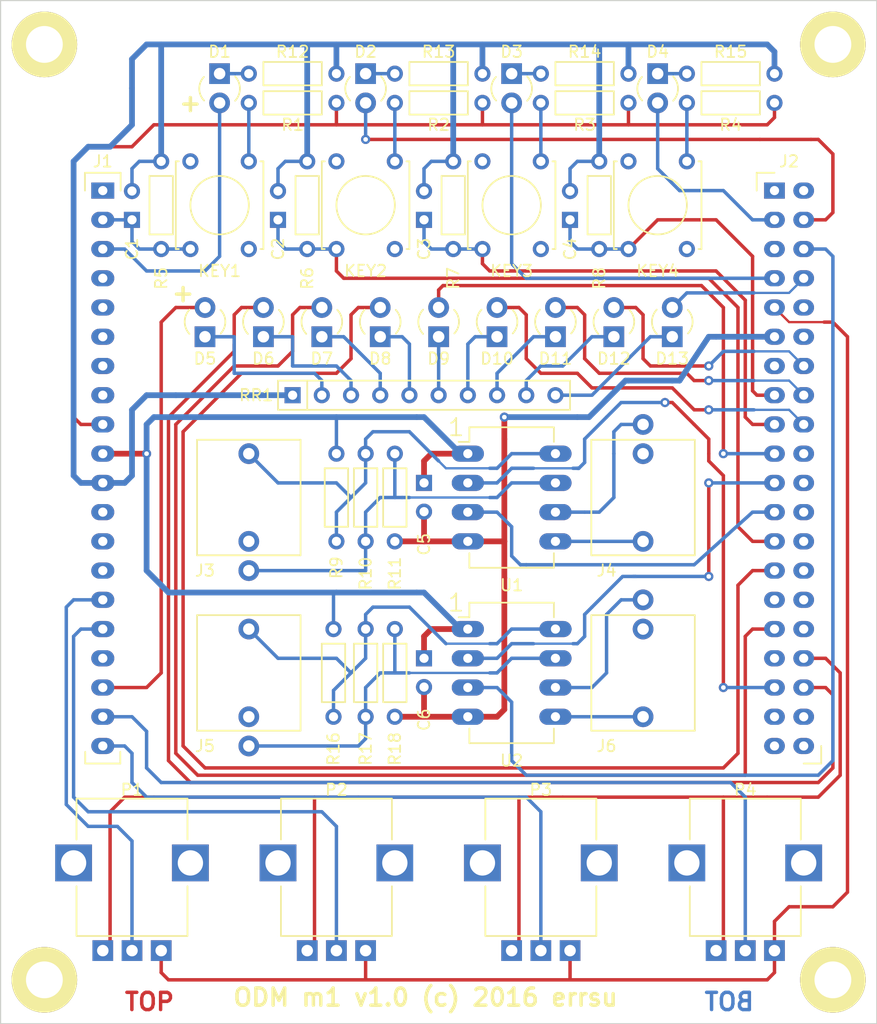
<source format=kicad_pcb>
(kicad_pcb (version 4) (host pcbnew 4.0.7)

  (general
    (links 103)
    (no_connects 0)
    (area 86.447143 19.305 177.712858 110.335)
    (thickness 1.6)
    (drawings 11)
    (tracks 502)
    (zones 0)
    (modules 58)
    (nets 98)
  )

  (page A4 portrait)
  (title_block
    (title "ODM m1")
    (date 08.10.2016)
    (rev 1.0)
    (comment 3 "See https://github.com/errsu/opendigitalmodular for licensing information.")
    (comment 4 "(c) copyright 2016 errsu")
  )

  (layers
    (0 F.Cu signal)
    (31 B.Cu signal)
    (37 F.SilkS user)
    (38 B.Mask user)
    (39 F.Mask user)
    (44 Edge.Cuts user)
    (45 Margin user)
  )

  (setup
    (last_trace_width 0.25)
    (user_trace_width 0.2)
    (user_trace_width 0.3)
    (user_trace_width 0.5)
    (trace_clearance 0.2)
    (zone_clearance 0.508)
    (zone_45_only no)
    (trace_min 0.2)
    (segment_width 0.2)
    (edge_width 0.1)
    (via_size 0.6)
    (via_drill 0.3)
    (via_min_size 0.4)
    (via_min_drill 0.3)
    (user_via 0.6 0.3)
    (user_via 0.8 0.4)
    (user_via 1.2 0.6)
    (uvia_size 0.3)
    (uvia_drill 0.1)
    (uvias_allowed no)
    (uvia_min_size 0.2)
    (uvia_min_drill 0.1)
    (pcb_text_width 0.3)
    (pcb_text_size 1.5 1.5)
    (mod_edge_width 0.15)
    (mod_text_size 1 1)
    (mod_text_width 0.15)
    (pad_size 6.4 6.4)
    (pad_drill 3.2)
    (pad_to_mask_clearance 0.1)
    (solder_mask_min_width 0.1)
    (aux_axis_origin 93.98 109.22)
    (grid_origin 30.48 181.61)
    (visible_elements 7FFEFFFF)
    (pcbplotparams
      (layerselection 0x010e0_80000001)
      (usegerberextensions true)
      (excludeedgelayer true)
      (linewidth 0.100000)
      (plotframeref false)
      (viasonmask true)
      (mode 1)
      (useauxorigin true)
      (hpglpennumber 1)
      (hpglpenspeed 20)
      (hpglpendiameter 15)
      (hpglpenoverlay 2)
      (psnegative false)
      (psa4output false)
      (plotreference true)
      (plotvalue false)
      (plotinvisibletext false)
      (padsonsilk false)
      (subtractmaskfromsilk false)
      (outputformat 1)
      (mirror false)
      (drillshape 0)
      (scaleselection 1)
      (outputdirectory Gerber/))
  )

  (net 0 "")
  (net 1 "Net-(C1-Pad1)")
  (net 2 GND)
  (net 3 "Net-(C2-Pad1)")
  (net 4 "Net-(C3-Pad1)")
  (net 5 "Net-(C4-Pad1)")
  (net 6 "Net-(D1-Pad1)")
  (net 7 "Net-(D1-Pad2)")
  (net 8 "Net-(D2-Pad1)")
  (net 9 "Net-(D2-Pad2)")
  (net 10 "Net-(D3-Pad1)")
  (net 11 "Net-(D3-Pad2)")
  (net 12 "Net-(D4-Pad1)")
  (net 13 "Net-(D4-Pad2)")
  (net 14 "Net-(D5-Pad1)")
  (net 15 "Net-(D5-Pad2)")
  (net 16 "Net-(D6-Pad1)")
  (net 17 "Net-(D6-Pad2)")
  (net 18 "Net-(D7-Pad1)")
  (net 19 "Net-(D7-Pad2)")
  (net 20 "Net-(D8-Pad1)")
  (net 21 "Net-(D8-Pad2)")
  (net 22 "Net-(D9-Pad1)")
  (net 23 "Net-(D9-Pad2)")
  (net 24 "Net-(D10-Pad1)")
  (net 25 "Net-(D10-Pad2)")
  (net 26 "Net-(D11-Pad1)")
  (net 27 "Net-(D11-Pad2)")
  (net 28 "Net-(D12-Pad1)")
  (net 29 "Net-(D12-Pad2)")
  (net 30 "Net-(D13-Pad1)")
  (net 31 "Net-(D13-Pad2)")
  (net 32 "Net-(J1-Pad6)")
  (net 33 "Net-(J1-Pad8)")
  (net 34 "Net-(J1-Pad14)")
  (net 35 +3V3)
  (net 36 +5V)
  (net 37 VDDA)
  (net 38 GND_SERCOM)
  (net 39 "Net-(J2-Pad10)")
  (net 40 "Net-(J2-Pad20)")
  (net 41 "Net-(J2-Pad21)")
  (net 42 "Net-(J2-Pad22)")
  (net 43 "Net-(J2-Pad24)")
  (net 44 "Net-(J2-Pad26)")
  (net 45 "Net-(J2-Pad28)")
  (net 46 "Net-(J2-Pad30)")
  (net 47 GNDA)
  (net 48 "Net-(J2-Pad33)")
  (net 49 "Net-(J2-Pad35)")
  (net 50 "Net-(J2-Pad37)")
  (net 51 "Net-(J2-Pad38)")
  (net 52 "Net-(J3-Pad2)")
  (net 53 "Net-(J3-Pad3)")
  (net 54 "Net-(J3-Pad1)")
  (net 55 "Net-(J4-Pad2)")
  (net 56 "Net-(J4-Pad3)")
  (net 57 "Net-(J4-Pad1)")
  (net 58 "Net-(J5-Pad2)")
  (net 59 "Net-(J5-Pad3)")
  (net 60 "Net-(J5-Pad1)")
  (net 61 "Net-(J6-Pad2)")
  (net 62 "Net-(J6-Pad3)")
  (net 63 "Net-(J6-Pad1)")
  (net 64 "Net-(KEY1-Pad1)")
  (net 65 "Net-(KEY2-Pad1)")
  (net 66 "Net-(KEY3-Pad1)")
  (net 67 "Net-(KEY4-Pad1)")
  (net 68 "Net-(J1-Pad1)")
  (net 69 "Net-(J1-Pad4)")
  (net 70 "Net-(J1-Pad5)")
  (net 71 "Net-(J1-Pad7)")
  (net 72 "Net-(J1-Pad13)")
  (net 73 "Net-(J1-Pad15)")
  (net 74 "Net-(J1-Pad16)")
  (net 75 "Net-(J1-Pad17)")
  (net 76 "Net-(J1-Pad19)")
  (net 77 "Net-(J1-Pad20)")
  (net 78 "Net-(J2-Pad1)")
  (net 79 "Net-(J2-Pad2)")
  (net 80 "Net-(J2-Pad5)")
  (net 81 "Net-(J2-Pad6)")
  (net 82 "Net-(J2-Pad12)")
  (net 83 "Net-(J2-Pad13)")
  (net 84 "Net-(J2-Pad23)")
  (net 85 "Net-(J2-Pad29)")
  (net 86 "Net-(J2-Pad32)")
  (net 87 "Net-(J2-Pad39)")
  (net 88 "Net-(J2-Pad40)")
  (net 89 "Net-(KEY1-Pad4)")
  (net 90 "Net-(KEY1-Pad3)")
  (net 91 "Net-(KEY2-Pad4)")
  (net 92 "Net-(KEY2-Pad3)")
  (net 93 "Net-(KEY3-Pad4)")
  (net 94 "Net-(KEY3-Pad3)")
  (net 95 "Net-(KEY4-Pad4)")
  (net 96 "Net-(KEY4-Pad3)")
  (net 97 "Net-(J1-Pad12)")

  (net_class Default "Dies ist die voreingestellte Netzklasse."
    (clearance 0.2)
    (trace_width 0.25)
    (via_dia 0.6)
    (via_drill 0.3)
    (uvia_dia 0.3)
    (uvia_drill 0.1)
    (add_net +3V3)
    (add_net +5V)
    (add_net GND)
    (add_net GNDA)
    (add_net GND_SERCOM)
    (add_net "Net-(C1-Pad1)")
    (add_net "Net-(C2-Pad1)")
    (add_net "Net-(C3-Pad1)")
    (add_net "Net-(C4-Pad1)")
    (add_net "Net-(D1-Pad1)")
    (add_net "Net-(D1-Pad2)")
    (add_net "Net-(D10-Pad1)")
    (add_net "Net-(D10-Pad2)")
    (add_net "Net-(D11-Pad1)")
    (add_net "Net-(D11-Pad2)")
    (add_net "Net-(D12-Pad1)")
    (add_net "Net-(D12-Pad2)")
    (add_net "Net-(D13-Pad1)")
    (add_net "Net-(D13-Pad2)")
    (add_net "Net-(D2-Pad1)")
    (add_net "Net-(D2-Pad2)")
    (add_net "Net-(D3-Pad1)")
    (add_net "Net-(D3-Pad2)")
    (add_net "Net-(D4-Pad1)")
    (add_net "Net-(D4-Pad2)")
    (add_net "Net-(D5-Pad1)")
    (add_net "Net-(D5-Pad2)")
    (add_net "Net-(D6-Pad1)")
    (add_net "Net-(D6-Pad2)")
    (add_net "Net-(D7-Pad1)")
    (add_net "Net-(D7-Pad2)")
    (add_net "Net-(D8-Pad1)")
    (add_net "Net-(D8-Pad2)")
    (add_net "Net-(D9-Pad1)")
    (add_net "Net-(D9-Pad2)")
    (add_net "Net-(J1-Pad1)")
    (add_net "Net-(J1-Pad12)")
    (add_net "Net-(J1-Pad13)")
    (add_net "Net-(J1-Pad14)")
    (add_net "Net-(J1-Pad15)")
    (add_net "Net-(J1-Pad16)")
    (add_net "Net-(J1-Pad17)")
    (add_net "Net-(J1-Pad19)")
    (add_net "Net-(J1-Pad20)")
    (add_net "Net-(J1-Pad4)")
    (add_net "Net-(J1-Pad5)")
    (add_net "Net-(J1-Pad6)")
    (add_net "Net-(J1-Pad7)")
    (add_net "Net-(J1-Pad8)")
    (add_net "Net-(J2-Pad1)")
    (add_net "Net-(J2-Pad10)")
    (add_net "Net-(J2-Pad12)")
    (add_net "Net-(J2-Pad13)")
    (add_net "Net-(J2-Pad2)")
    (add_net "Net-(J2-Pad20)")
    (add_net "Net-(J2-Pad21)")
    (add_net "Net-(J2-Pad22)")
    (add_net "Net-(J2-Pad23)")
    (add_net "Net-(J2-Pad24)")
    (add_net "Net-(J2-Pad26)")
    (add_net "Net-(J2-Pad28)")
    (add_net "Net-(J2-Pad29)")
    (add_net "Net-(J2-Pad30)")
    (add_net "Net-(J2-Pad32)")
    (add_net "Net-(J2-Pad33)")
    (add_net "Net-(J2-Pad35)")
    (add_net "Net-(J2-Pad37)")
    (add_net "Net-(J2-Pad38)")
    (add_net "Net-(J2-Pad39)")
    (add_net "Net-(J2-Pad40)")
    (add_net "Net-(J2-Pad5)")
    (add_net "Net-(J2-Pad6)")
    (add_net "Net-(J3-Pad1)")
    (add_net "Net-(J3-Pad2)")
    (add_net "Net-(J3-Pad3)")
    (add_net "Net-(J4-Pad1)")
    (add_net "Net-(J4-Pad2)")
    (add_net "Net-(J4-Pad3)")
    (add_net "Net-(J5-Pad1)")
    (add_net "Net-(J5-Pad2)")
    (add_net "Net-(J5-Pad3)")
    (add_net "Net-(J6-Pad1)")
    (add_net "Net-(J6-Pad2)")
    (add_net "Net-(J6-Pad3)")
    (add_net "Net-(KEY1-Pad1)")
    (add_net "Net-(KEY1-Pad3)")
    (add_net "Net-(KEY1-Pad4)")
    (add_net "Net-(KEY2-Pad1)")
    (add_net "Net-(KEY2-Pad3)")
    (add_net "Net-(KEY2-Pad4)")
    (add_net "Net-(KEY3-Pad1)")
    (add_net "Net-(KEY3-Pad3)")
    (add_net "Net-(KEY3-Pad4)")
    (add_net "Net-(KEY4-Pad1)")
    (add_net "Net-(KEY4-Pad3)")
    (add_net "Net-(KEY4-Pad4)")
    (add_net VDDA)
  )

  (module errsu:C_Disc_D3_P2.5 (layer F.Cu) (tedit 57F2AAA3) (tstamp 57F24DE4)
    (at 130.81 77.47 270)
    (descr "Capacitor 3mm Disc, Pitch 2.5mm")
    (tags Capacitor)
    (path /57F35299)
    (fp_text reference C6 (at 5.334 0 270) (layer F.SilkS)
      (effects (font (size 1 1) (thickness 0.15)))
    )
    (fp_text value 100n (at 1.25 2.5 270) (layer F.Fab) hide
      (effects (font (size 1 1) (thickness 0.15)))
    )
    (fp_line (start -0.9 -1.5) (end 3.4 -1.5) (layer F.CrtYd) (width 0.05))
    (fp_line (start 3.4 -1.5) (end 3.4 1.5) (layer F.CrtYd) (width 0.05))
    (fp_line (start 3.4 1.5) (end -0.9 1.5) (layer F.CrtYd) (width 0.05))
    (fp_line (start -0.9 1.5) (end -0.9 -1.5) (layer F.CrtYd) (width 0.05))
    (pad 1 thru_hole rect (at 0 0 270) (size 1.4 1.4) (drill 0.8) (layers *.Cu *.Mask)
      (net 36 +5V))
    (pad 2 thru_hole circle (at 2.5 0 270) (size 1.4 1.4) (drill 0.8) (layers *.Cu *.Mask)
      (net 38 GND_SERCOM))
    (model Capacitors_ThroughHole.3dshapes/C_Disc_D3_P2.5.wrl
      (at (xyz 0.0492126 0 0))
      (scale (xyz 1 1 1))
      (rotate (xyz 0 0 0))
    )
  )

  (module errsu:C_Disc_D3_P2.5 (layer F.Cu) (tedit 57F2AAC5) (tstamp 57F24DDA)
    (at 130.81 62.23 270)
    (descr "Capacitor 3mm Disc, Pitch 2.5mm")
    (tags Capacitor)
    (path /57F3600B)
    (fp_text reference C5 (at 5.334 0 270) (layer F.SilkS)
      (effects (font (size 1 1) (thickness 0.15)))
    )
    (fp_text value 100n (at 1.25 2.5 270) (layer F.Fab) hide
      (effects (font (size 1 1) (thickness 0.15)))
    )
    (fp_line (start -0.9 -1.5) (end 3.4 -1.5) (layer F.CrtYd) (width 0.05))
    (fp_line (start 3.4 -1.5) (end 3.4 1.5) (layer F.CrtYd) (width 0.05))
    (fp_line (start 3.4 1.5) (end -0.9 1.5) (layer F.CrtYd) (width 0.05))
    (fp_line (start -0.9 1.5) (end -0.9 -1.5) (layer F.CrtYd) (width 0.05))
    (pad 1 thru_hole rect (at 0 0 270) (size 1.4 1.4) (drill 0.8) (layers *.Cu *.Mask)
      (net 36 +5V))
    (pad 2 thru_hole circle (at 2.5 0 270) (size 1.4 1.4) (drill 0.8) (layers *.Cu *.Mask)
      (net 38 GND_SERCOM))
    (model Capacitors_ThroughHole.3dshapes/C_Disc_D3_P2.5.wrl
      (at (xyz 0.0492126 0 0))
      (scale (xyz 1 1 1))
      (rotate (xyz 0 0 0))
    )
  )

  (module errsu:SW_PUSH_SMALL (layer F.Cu) (tedit 57F2A9A5) (tstamp 57F0E2BA)
    (at 113.03 38.1)
    (path /57EC5C00)
    (fp_text reference KEY1 (at 0 5.715) (layer F.SilkS)
      (effects (font (size 1 1) (thickness 0.15)))
    )
    (fp_text value SW_PUSH (at 0 -5.715) (layer F.Fab) hide
      (effects (font (size 1 1) (thickness 0.15)))
    )
    (fp_line (start 3.556 3.81) (end 3.81 3.81) (layer F.SilkS) (width 0.15))
    (fp_line (start -3.556 3.81) (end -3.81 3.81) (layer F.SilkS) (width 0.15))
    (fp_line (start 3.556 -3.81) (end 3.81 -3.81) (layer F.SilkS) (width 0.15))
    (fp_line (start -3.556 -3.81) (end -3.81 -3.81) (layer F.SilkS) (width 0.15))
    (fp_circle (center 0 0) (end -2.54 0) (layer F.SilkS) (width 0.15))
    (fp_line (start -3.81 3.81) (end -3.81 -3.81) (layer F.SilkS) (width 0.15))
    (fp_line (start 3.81 -3.81) (end 3.81 3.81) (layer F.SilkS) (width 0.15))
    (pad 1 thru_hole circle (at -2.54 -3.81 90) (size 1.4 1.4) (drill 0.8) (layers *.Cu *.Mask)
      (net 64 "Net-(KEY1-Pad1)"))
    (pad 4 thru_hole circle (at 2.54 -3.81 90) (size 1.4 1.4) (drill 0.8) (layers *.Cu *.Mask)
      (net 89 "Net-(KEY1-Pad4)"))
    (pad 2 thru_hole circle (at -2.54 3.81 90) (size 1.4 1.4) (drill 0.8) (layers *.Cu *.Mask)
      (net 1 "Net-(C1-Pad1)"))
    (pad 3 thru_hole circle (at 2.54 3.81 90) (size 1.4 1.4) (drill 0.8) (layers *.Cu *.Mask)
      (net 90 "Net-(KEY1-Pad3)"))
  )

  (module errsu:SW_PUSH_SMALL (layer F.Cu) (tedit 57F2A9A9) (tstamp 57F0E2C6)
    (at 125.73 38.1)
    (path /57EEBEF8)
    (fp_text reference KEY2 (at 0 5.715) (layer F.SilkS)
      (effects (font (size 1 1) (thickness 0.15)))
    )
    (fp_text value SW_PUSH (at 0 -5.715) (layer F.Fab) hide
      (effects (font (size 1 1) (thickness 0.15)))
    )
    (fp_line (start 3.556 3.81) (end 3.81 3.81) (layer F.SilkS) (width 0.15))
    (fp_line (start -3.556 3.81) (end -3.81 3.81) (layer F.SilkS) (width 0.15))
    (fp_line (start 3.556 -3.81) (end 3.81 -3.81) (layer F.SilkS) (width 0.15))
    (fp_line (start -3.556 -3.81) (end -3.81 -3.81) (layer F.SilkS) (width 0.15))
    (fp_circle (center 0 0) (end -2.54 0) (layer F.SilkS) (width 0.15))
    (fp_line (start -3.81 3.81) (end -3.81 -3.81) (layer F.SilkS) (width 0.15))
    (fp_line (start 3.81 -3.81) (end 3.81 3.81) (layer F.SilkS) (width 0.15))
    (pad 1 thru_hole circle (at -2.54 -3.81 90) (size 1.4 1.4) (drill 0.8) (layers *.Cu *.Mask)
      (net 65 "Net-(KEY2-Pad1)"))
    (pad 4 thru_hole circle (at 2.54 -3.81 90) (size 1.4 1.4) (drill 0.8) (layers *.Cu *.Mask)
      (net 91 "Net-(KEY2-Pad4)"))
    (pad 2 thru_hole circle (at -2.54 3.81 90) (size 1.4 1.4) (drill 0.8) (layers *.Cu *.Mask)
      (net 3 "Net-(C2-Pad1)"))
    (pad 3 thru_hole circle (at 2.54 3.81 90) (size 1.4 1.4) (drill 0.8) (layers *.Cu *.Mask)
      (net 92 "Net-(KEY2-Pad3)"))
  )

  (module errsu:SW_PUSH_SMALL (layer F.Cu) (tedit 57F2A9AD) (tstamp 57F0E2D2)
    (at 138.43 38.1)
    (path /57EEBE67)
    (fp_text reference KEY3 (at 0 5.715) (layer F.SilkS)
      (effects (font (size 1 1) (thickness 0.15)))
    )
    (fp_text value SW_PUSH (at 0 -5.715) (layer F.Fab) hide
      (effects (font (size 1 1) (thickness 0.15)))
    )
    (fp_line (start 3.556 3.81) (end 3.81 3.81) (layer F.SilkS) (width 0.15))
    (fp_line (start -3.556 3.81) (end -3.81 3.81) (layer F.SilkS) (width 0.15))
    (fp_line (start 3.556 -3.81) (end 3.81 -3.81) (layer F.SilkS) (width 0.15))
    (fp_line (start -3.556 -3.81) (end -3.81 -3.81) (layer F.SilkS) (width 0.15))
    (fp_circle (center 0 0) (end -2.54 0) (layer F.SilkS) (width 0.15))
    (fp_line (start -3.81 3.81) (end -3.81 -3.81) (layer F.SilkS) (width 0.15))
    (fp_line (start 3.81 -3.81) (end 3.81 3.81) (layer F.SilkS) (width 0.15))
    (pad 1 thru_hole circle (at -2.54 -3.81 90) (size 1.4 1.4) (drill 0.8) (layers *.Cu *.Mask)
      (net 66 "Net-(KEY3-Pad1)"))
    (pad 4 thru_hole circle (at 2.54 -3.81 90) (size 1.4 1.4) (drill 0.8) (layers *.Cu *.Mask)
      (net 93 "Net-(KEY3-Pad4)"))
    (pad 2 thru_hole circle (at -2.54 3.81 90) (size 1.4 1.4) (drill 0.8) (layers *.Cu *.Mask)
      (net 4 "Net-(C3-Pad1)"))
    (pad 3 thru_hole circle (at 2.54 3.81 90) (size 1.4 1.4) (drill 0.8) (layers *.Cu *.Mask)
      (net 94 "Net-(KEY3-Pad3)"))
  )

  (module errsu:SW_PUSH_SMALL (layer F.Cu) (tedit 57F2A9B6) (tstamp 57F0E2DE)
    (at 151.13 38.1)
    (path /57EEBF89)
    (fp_text reference KEY4 (at 0 5.715) (layer F.SilkS)
      (effects (font (size 1 1) (thickness 0.15)))
    )
    (fp_text value SW_PUSH (at 0 -5.715) (layer F.Fab) hide
      (effects (font (size 1 1) (thickness 0.15)))
    )
    (fp_line (start 3.556 3.81) (end 3.81 3.81) (layer F.SilkS) (width 0.15))
    (fp_line (start -3.556 3.81) (end -3.81 3.81) (layer F.SilkS) (width 0.15))
    (fp_line (start 3.556 -3.81) (end 3.81 -3.81) (layer F.SilkS) (width 0.15))
    (fp_line (start -3.556 -3.81) (end -3.81 -3.81) (layer F.SilkS) (width 0.15))
    (fp_circle (center 0 0) (end -2.54 0) (layer F.SilkS) (width 0.15))
    (fp_line (start -3.81 3.81) (end -3.81 -3.81) (layer F.SilkS) (width 0.15))
    (fp_line (start 3.81 -3.81) (end 3.81 3.81) (layer F.SilkS) (width 0.15))
    (pad 1 thru_hole circle (at -2.54 -3.81 90) (size 1.4 1.4) (drill 0.8) (layers *.Cu *.Mask)
      (net 67 "Net-(KEY4-Pad1)"))
    (pad 4 thru_hole circle (at 2.54 -3.81 90) (size 1.4 1.4) (drill 0.8) (layers *.Cu *.Mask)
      (net 95 "Net-(KEY4-Pad4)"))
    (pad 2 thru_hole circle (at -2.54 3.81 90) (size 1.4 1.4) (drill 0.8) (layers *.Cu *.Mask)
      (net 5 "Net-(C4-Pad1)"))
    (pad 3 thru_hole circle (at 2.54 3.81 90) (size 1.4 1.4) (drill 0.8) (layers *.Cu *.Mask)
      (net 96 "Net-(KEY4-Pad3)"))
  )

  (module errsu:LED-3MM (layer F.Cu) (tedit 57F2A3B3) (tstamp 57F0E23A)
    (at 116.84 49.53 180)
    (descr "LED 3mm round vertical")
    (tags "LED  3mm round vertical")
    (path /57F087B5)
    (fp_text reference D6 (at 0 -1.905 180) (layer F.SilkS)
      (effects (font (size 1 1) (thickness 0.15)))
    )
    (fp_text value Led_Small (at 2.032 4.572 180) (layer F.Fab)
      (effects (font (size 1 1) (thickness 0.15)))
    )
    (fp_line (start -2.3 -1.2) (end -2.3 3.8) (layer F.CrtYd) (width 0.05))
    (fp_line (start -2.3 3.8) (end 2.2 3.8) (layer F.CrtYd) (width 0.05))
    (fp_line (start 2.2 3.8) (end 2.2 -1.2) (layer F.CrtYd) (width 0.05))
    (fp_line (start 2.2 -1.2) (end -2.3 -1.2) (layer F.CrtYd) (width 0.05))
    (fp_arc (start 0.22 1.301) (end 1.354 0.25) (angle 85.7) (layer F.SilkS) (width 0.15))
    (fp_arc (start -0.288 1.301) (end -1.348 2.335) (angle 87.5) (layer F.SilkS) (width 0.15))
    (pad 1 thru_hole rect (at 0 0 180) (size 1.8 1.8) (drill 1) (layers *.Cu *.Mask)
      (net 16 "Net-(D6-Pad1)"))
    (pad 2 thru_hole circle (at 0 2.54 90) (size 1.8 1.8) (drill 1) (layers *.Cu *.Mask)
      (net 17 "Net-(D6-Pad2)"))
    (model LEDs.3dshapes/LED-3MM.wrl
      (at (xyz 0.05 0 0))
      (scale (xyz 1 1 1))
      (rotate (xyz 0 0 90))
    )
  )

  (module errsu:LED-3MM (layer F.Cu) (tedit 57F2A3B3) (tstamp 57F0E1EA)
    (at 113.03 26.67)
    (descr "LED 3mm round vertical")
    (tags "LED  3mm round vertical")
    (path /57EF3D44)
    (fp_text reference D1 (at 0 -1.905) (layer F.SilkS)
      (effects (font (size 1 1) (thickness 0.15)))
    )
    (fp_text value Led_Small (at 2.032 4.572) (layer F.Fab)
      (effects (font (size 1 1) (thickness 0.15)))
    )
    (fp_line (start -2.3 -1.2) (end -2.3 3.8) (layer F.CrtYd) (width 0.05))
    (fp_line (start -2.3 3.8) (end 2.2 3.8) (layer F.CrtYd) (width 0.05))
    (fp_line (start 2.2 3.8) (end 2.2 -1.2) (layer F.CrtYd) (width 0.05))
    (fp_line (start 2.2 -1.2) (end -2.3 -1.2) (layer F.CrtYd) (width 0.05))
    (fp_arc (start 0.22 1.301) (end 1.354 0.25) (angle 85.7) (layer F.SilkS) (width 0.15))
    (fp_arc (start -0.288 1.301) (end -1.348 2.335) (angle 87.5) (layer F.SilkS) (width 0.15))
    (pad 1 thru_hole rect (at 0 0) (size 1.8 1.8) (drill 1) (layers *.Cu *.Mask)
      (net 6 "Net-(D1-Pad1)"))
    (pad 2 thru_hole circle (at 0 2.54 270) (size 1.8 1.8) (drill 1) (layers *.Cu *.Mask)
      (net 7 "Net-(D1-Pad2)"))
    (model LEDs.3dshapes/LED-3MM.wrl
      (at (xyz 0.05 0 0))
      (scale (xyz 1 1 1))
      (rotate (xyz 0 0 90))
    )
  )

  (module errsu:LED-3MM (layer F.Cu) (tedit 57F2A3B3) (tstamp 57F0E1FA)
    (at 125.73 26.67)
    (descr "LED 3mm round vertical")
    (tags "LED  3mm round vertical")
    (path /57EF4890)
    (fp_text reference D2 (at 0 -1.905) (layer F.SilkS)
      (effects (font (size 1 1) (thickness 0.15)))
    )
    (fp_text value Led_Small (at 2.032 4.572) (layer F.Fab)
      (effects (font (size 1 1) (thickness 0.15)))
    )
    (fp_line (start -2.3 -1.2) (end -2.3 3.8) (layer F.CrtYd) (width 0.05))
    (fp_line (start -2.3 3.8) (end 2.2 3.8) (layer F.CrtYd) (width 0.05))
    (fp_line (start 2.2 3.8) (end 2.2 -1.2) (layer F.CrtYd) (width 0.05))
    (fp_line (start 2.2 -1.2) (end -2.3 -1.2) (layer F.CrtYd) (width 0.05))
    (fp_arc (start 0.22 1.301) (end 1.354 0.25) (angle 85.7) (layer F.SilkS) (width 0.15))
    (fp_arc (start -0.288 1.301) (end -1.348 2.335) (angle 87.5) (layer F.SilkS) (width 0.15))
    (pad 1 thru_hole rect (at 0 0) (size 1.8 1.8) (drill 1) (layers *.Cu *.Mask)
      (net 8 "Net-(D2-Pad1)"))
    (pad 2 thru_hole circle (at 0 2.54 270) (size 1.8 1.8) (drill 1) (layers *.Cu *.Mask)
      (net 9 "Net-(D2-Pad2)"))
    (model LEDs.3dshapes/LED-3MM.wrl
      (at (xyz 0.05 0 0))
      (scale (xyz 1 1 1))
      (rotate (xyz 0 0 90))
    )
  )

  (module errsu:LED-3MM (layer F.Cu) (tedit 57F2A3B3) (tstamp 57F0E20A)
    (at 138.43 26.67)
    (descr "LED 3mm round vertical")
    (tags "LED  3mm round vertical")
    (path /57EF490C)
    (fp_text reference D3 (at 0 -1.905) (layer F.SilkS)
      (effects (font (size 1 1) (thickness 0.15)))
    )
    (fp_text value Led_Small (at 2.032 4.572) (layer F.Fab)
      (effects (font (size 1 1) (thickness 0.15)))
    )
    (fp_line (start -2.3 -1.2) (end -2.3 3.8) (layer F.CrtYd) (width 0.05))
    (fp_line (start -2.3 3.8) (end 2.2 3.8) (layer F.CrtYd) (width 0.05))
    (fp_line (start 2.2 3.8) (end 2.2 -1.2) (layer F.CrtYd) (width 0.05))
    (fp_line (start 2.2 -1.2) (end -2.3 -1.2) (layer F.CrtYd) (width 0.05))
    (fp_arc (start 0.22 1.301) (end 1.354 0.25) (angle 85.7) (layer F.SilkS) (width 0.15))
    (fp_arc (start -0.288 1.301) (end -1.348 2.335) (angle 87.5) (layer F.SilkS) (width 0.15))
    (pad 1 thru_hole rect (at 0 0) (size 1.8 1.8) (drill 1) (layers *.Cu *.Mask)
      (net 10 "Net-(D3-Pad1)"))
    (pad 2 thru_hole circle (at 0 2.54 270) (size 1.8 1.8) (drill 1) (layers *.Cu *.Mask)
      (net 11 "Net-(D3-Pad2)"))
    (model LEDs.3dshapes/LED-3MM.wrl
      (at (xyz 0.05 0 0))
      (scale (xyz 1 1 1))
      (rotate (xyz 0 0 90))
    )
  )

  (module errsu:LED-3MM (layer F.Cu) (tedit 57F2A3B3) (tstamp 57F0E21A)
    (at 151.13 26.67)
    (descr "LED 3mm round vertical")
    (tags "LED  3mm round vertical")
    (path /57EF499B)
    (fp_text reference D4 (at 0 -1.905) (layer F.SilkS)
      (effects (font (size 1 1) (thickness 0.15)))
    )
    (fp_text value Led_Small (at 2.032 4.572) (layer F.Fab)
      (effects (font (size 1 1) (thickness 0.15)))
    )
    (fp_line (start -2.3 -1.2) (end -2.3 3.8) (layer F.CrtYd) (width 0.05))
    (fp_line (start -2.3 3.8) (end 2.2 3.8) (layer F.CrtYd) (width 0.05))
    (fp_line (start 2.2 3.8) (end 2.2 -1.2) (layer F.CrtYd) (width 0.05))
    (fp_line (start 2.2 -1.2) (end -2.3 -1.2) (layer F.CrtYd) (width 0.05))
    (fp_arc (start 0.22 1.301) (end 1.354 0.25) (angle 85.7) (layer F.SilkS) (width 0.15))
    (fp_arc (start -0.288 1.301) (end -1.348 2.335) (angle 87.5) (layer F.SilkS) (width 0.15))
    (pad 1 thru_hole rect (at 0 0) (size 1.8 1.8) (drill 1) (layers *.Cu *.Mask)
      (net 12 "Net-(D4-Pad1)"))
    (pad 2 thru_hole circle (at 0 2.54 270) (size 1.8 1.8) (drill 1) (layers *.Cu *.Mask)
      (net 13 "Net-(D4-Pad2)"))
    (model LEDs.3dshapes/LED-3MM.wrl
      (at (xyz 0.05 0 0))
      (scale (xyz 1 1 1))
      (rotate (xyz 0 0 90))
    )
  )

  (module errsu:LED-3MM (layer F.Cu) (tedit 57F2A3B3) (tstamp 57F0E22A)
    (at 111.76 49.53 180)
    (descr "LED 3mm round vertical")
    (tags "LED  3mm round vertical")
    (path /57F08603)
    (fp_text reference D5 (at 0 -1.905 180) (layer F.SilkS)
      (effects (font (size 1 1) (thickness 0.15)))
    )
    (fp_text value Led_Small (at 2.032 4.572 180) (layer F.Fab)
      (effects (font (size 1 1) (thickness 0.15)))
    )
    (fp_line (start -2.3 -1.2) (end -2.3 3.8) (layer F.CrtYd) (width 0.05))
    (fp_line (start -2.3 3.8) (end 2.2 3.8) (layer F.CrtYd) (width 0.05))
    (fp_line (start 2.2 3.8) (end 2.2 -1.2) (layer F.CrtYd) (width 0.05))
    (fp_line (start 2.2 -1.2) (end -2.3 -1.2) (layer F.CrtYd) (width 0.05))
    (fp_arc (start 0.22 1.301) (end 1.354 0.25) (angle 85.7) (layer F.SilkS) (width 0.15))
    (fp_arc (start -0.288 1.301) (end -1.348 2.335) (angle 87.5) (layer F.SilkS) (width 0.15))
    (pad 1 thru_hole rect (at 0 0 180) (size 1.8 1.8) (drill 1) (layers *.Cu *.Mask)
      (net 14 "Net-(D5-Pad1)"))
    (pad 2 thru_hole circle (at 0 2.54 90) (size 1.8 1.8) (drill 1) (layers *.Cu *.Mask)
      (net 15 "Net-(D5-Pad2)"))
    (model LEDs.3dshapes/LED-3MM.wrl
      (at (xyz 0.05 0 0))
      (scale (xyz 1 1 1))
      (rotate (xyz 0 0 90))
    )
  )

  (module errsu:LED-3MM (layer F.Cu) (tedit 57F2A3B3) (tstamp 57F0E24A)
    (at 121.92 49.53 180)
    (descr "LED 3mm round vertical")
    (tags "LED  3mm round vertical")
    (path /57F09463)
    (fp_text reference D7 (at 0 -1.905 180) (layer F.SilkS)
      (effects (font (size 1 1) (thickness 0.15)))
    )
    (fp_text value Led_Small (at 2.032 4.572 180) (layer F.Fab)
      (effects (font (size 1 1) (thickness 0.15)))
    )
    (fp_line (start -2.3 -1.2) (end -2.3 3.8) (layer F.CrtYd) (width 0.05))
    (fp_line (start -2.3 3.8) (end 2.2 3.8) (layer F.CrtYd) (width 0.05))
    (fp_line (start 2.2 3.8) (end 2.2 -1.2) (layer F.CrtYd) (width 0.05))
    (fp_line (start 2.2 -1.2) (end -2.3 -1.2) (layer F.CrtYd) (width 0.05))
    (fp_arc (start 0.22 1.301) (end 1.354 0.25) (angle 85.7) (layer F.SilkS) (width 0.15))
    (fp_arc (start -0.288 1.301) (end -1.348 2.335) (angle 87.5) (layer F.SilkS) (width 0.15))
    (pad 1 thru_hole rect (at 0 0 180) (size 1.8 1.8) (drill 1) (layers *.Cu *.Mask)
      (net 18 "Net-(D7-Pad1)"))
    (pad 2 thru_hole circle (at 0 2.54 90) (size 1.8 1.8) (drill 1) (layers *.Cu *.Mask)
      (net 19 "Net-(D7-Pad2)"))
    (model LEDs.3dshapes/LED-3MM.wrl
      (at (xyz 0.05 0 0))
      (scale (xyz 1 1 1))
      (rotate (xyz 0 0 90))
    )
  )

  (module errsu:LED-3MM (layer F.Cu) (tedit 57F2A3B3) (tstamp 57F0E25A)
    (at 127 49.53 180)
    (descr "LED 3mm round vertical")
    (tags "LED  3mm round vertical")
    (path /57F094FD)
    (fp_text reference D8 (at 0 -1.905 180) (layer F.SilkS)
      (effects (font (size 1 1) (thickness 0.15)))
    )
    (fp_text value Led_Small (at 2.032 4.572 180) (layer F.Fab)
      (effects (font (size 1 1) (thickness 0.15)))
    )
    (fp_line (start -2.3 -1.2) (end -2.3 3.8) (layer F.CrtYd) (width 0.05))
    (fp_line (start -2.3 3.8) (end 2.2 3.8) (layer F.CrtYd) (width 0.05))
    (fp_line (start 2.2 3.8) (end 2.2 -1.2) (layer F.CrtYd) (width 0.05))
    (fp_line (start 2.2 -1.2) (end -2.3 -1.2) (layer F.CrtYd) (width 0.05))
    (fp_arc (start 0.22 1.301) (end 1.354 0.25) (angle 85.7) (layer F.SilkS) (width 0.15))
    (fp_arc (start -0.288 1.301) (end -1.348 2.335) (angle 87.5) (layer F.SilkS) (width 0.15))
    (pad 1 thru_hole rect (at 0 0 180) (size 1.8 1.8) (drill 1) (layers *.Cu *.Mask)
      (net 20 "Net-(D8-Pad1)"))
    (pad 2 thru_hole circle (at 0 2.54 90) (size 1.8 1.8) (drill 1) (layers *.Cu *.Mask)
      (net 21 "Net-(D8-Pad2)"))
    (model LEDs.3dshapes/LED-3MM.wrl
      (at (xyz 0.05 0 0))
      (scale (xyz 1 1 1))
      (rotate (xyz 0 0 90))
    )
  )

  (module errsu:LED-3MM (layer F.Cu) (tedit 57F2A3B3) (tstamp 57F0E26A)
    (at 132.08 49.53 180)
    (descr "LED 3mm round vertical")
    (tags "LED  3mm round vertical")
    (path /57F0959A)
    (fp_text reference D9 (at 0 -1.905 180) (layer F.SilkS)
      (effects (font (size 1 1) (thickness 0.15)))
    )
    (fp_text value Led_Small (at 2.032 4.572 180) (layer F.Fab)
      (effects (font (size 1 1) (thickness 0.15)))
    )
    (fp_line (start -2.3 -1.2) (end -2.3 3.8) (layer F.CrtYd) (width 0.05))
    (fp_line (start -2.3 3.8) (end 2.2 3.8) (layer F.CrtYd) (width 0.05))
    (fp_line (start 2.2 3.8) (end 2.2 -1.2) (layer F.CrtYd) (width 0.05))
    (fp_line (start 2.2 -1.2) (end -2.3 -1.2) (layer F.CrtYd) (width 0.05))
    (fp_arc (start 0.22 1.301) (end 1.354 0.25) (angle 85.7) (layer F.SilkS) (width 0.15))
    (fp_arc (start -0.288 1.301) (end -1.348 2.335) (angle 87.5) (layer F.SilkS) (width 0.15))
    (pad 1 thru_hole rect (at 0 0 180) (size 1.8 1.8) (drill 1) (layers *.Cu *.Mask)
      (net 22 "Net-(D9-Pad1)"))
    (pad 2 thru_hole circle (at 0 2.54 90) (size 1.8 1.8) (drill 1) (layers *.Cu *.Mask)
      (net 23 "Net-(D9-Pad2)"))
    (model LEDs.3dshapes/LED-3MM.wrl
      (at (xyz 0.05 0 0))
      (scale (xyz 1 1 1))
      (rotate (xyz 0 0 90))
    )
  )

  (module errsu:LED-3MM (layer F.Cu) (tedit 57F2A3B3) (tstamp 57F0E27A)
    (at 137.16 49.53 180)
    (descr "LED 3mm round vertical")
    (tags "LED  3mm round vertical")
    (path /57F0966A)
    (fp_text reference D10 (at 0 -1.905 180) (layer F.SilkS)
      (effects (font (size 1 1) (thickness 0.15)))
    )
    (fp_text value Led_Small (at 2.032 4.572 180) (layer F.Fab)
      (effects (font (size 1 1) (thickness 0.15)))
    )
    (fp_line (start -2.3 -1.2) (end -2.3 3.8) (layer F.CrtYd) (width 0.05))
    (fp_line (start -2.3 3.8) (end 2.2 3.8) (layer F.CrtYd) (width 0.05))
    (fp_line (start 2.2 3.8) (end 2.2 -1.2) (layer F.CrtYd) (width 0.05))
    (fp_line (start 2.2 -1.2) (end -2.3 -1.2) (layer F.CrtYd) (width 0.05))
    (fp_arc (start 0.22 1.301) (end 1.354 0.25) (angle 85.7) (layer F.SilkS) (width 0.15))
    (fp_arc (start -0.288 1.301) (end -1.348 2.335) (angle 87.5) (layer F.SilkS) (width 0.15))
    (pad 1 thru_hole rect (at 0 0 180) (size 1.8 1.8) (drill 1) (layers *.Cu *.Mask)
      (net 24 "Net-(D10-Pad1)"))
    (pad 2 thru_hole circle (at 0 2.54 90) (size 1.8 1.8) (drill 1) (layers *.Cu *.Mask)
      (net 25 "Net-(D10-Pad2)"))
    (model LEDs.3dshapes/LED-3MM.wrl
      (at (xyz 0.05 0 0))
      (scale (xyz 1 1 1))
      (rotate (xyz 0 0 90))
    )
  )

  (module errsu:LED-3MM (layer F.Cu) (tedit 57F2A3B3) (tstamp 57F0E28A)
    (at 142.24 49.53 180)
    (descr "LED 3mm round vertical")
    (tags "LED  3mm round vertical")
    (path /57F0970D)
    (fp_text reference D11 (at 0 -1.905 180) (layer F.SilkS)
      (effects (font (size 1 1) (thickness 0.15)))
    )
    (fp_text value Led_Small (at 2.032 4.572 180) (layer F.Fab)
      (effects (font (size 1 1) (thickness 0.15)))
    )
    (fp_line (start -2.3 -1.2) (end -2.3 3.8) (layer F.CrtYd) (width 0.05))
    (fp_line (start -2.3 3.8) (end 2.2 3.8) (layer F.CrtYd) (width 0.05))
    (fp_line (start 2.2 3.8) (end 2.2 -1.2) (layer F.CrtYd) (width 0.05))
    (fp_line (start 2.2 -1.2) (end -2.3 -1.2) (layer F.CrtYd) (width 0.05))
    (fp_arc (start 0.22 1.301) (end 1.354 0.25) (angle 85.7) (layer F.SilkS) (width 0.15))
    (fp_arc (start -0.288 1.301) (end -1.348 2.335) (angle 87.5) (layer F.SilkS) (width 0.15))
    (pad 1 thru_hole rect (at 0 0 180) (size 1.8 1.8) (drill 1) (layers *.Cu *.Mask)
      (net 26 "Net-(D11-Pad1)"))
    (pad 2 thru_hole circle (at 0 2.54 90) (size 1.8 1.8) (drill 1) (layers *.Cu *.Mask)
      (net 27 "Net-(D11-Pad2)"))
    (model LEDs.3dshapes/LED-3MM.wrl
      (at (xyz 0.05 0 0))
      (scale (xyz 1 1 1))
      (rotate (xyz 0 0 90))
    )
  )

  (module errsu:LED-3MM (layer F.Cu) (tedit 57F2A3B3) (tstamp 57F0E29A)
    (at 147.32 49.53 180)
    (descr "LED 3mm round vertical")
    (tags "LED  3mm round vertical")
    (path /57F097B3)
    (fp_text reference D12 (at 0 -1.905 180) (layer F.SilkS)
      (effects (font (size 1 1) (thickness 0.15)))
    )
    (fp_text value Led_Small (at 2.032 4.572 180) (layer F.Fab)
      (effects (font (size 1 1) (thickness 0.15)))
    )
    (fp_line (start -2.3 -1.2) (end -2.3 3.8) (layer F.CrtYd) (width 0.05))
    (fp_line (start -2.3 3.8) (end 2.2 3.8) (layer F.CrtYd) (width 0.05))
    (fp_line (start 2.2 3.8) (end 2.2 -1.2) (layer F.CrtYd) (width 0.05))
    (fp_line (start 2.2 -1.2) (end -2.3 -1.2) (layer F.CrtYd) (width 0.05))
    (fp_arc (start 0.22 1.301) (end 1.354 0.25) (angle 85.7) (layer F.SilkS) (width 0.15))
    (fp_arc (start -0.288 1.301) (end -1.348 2.335) (angle 87.5) (layer F.SilkS) (width 0.15))
    (pad 1 thru_hole rect (at 0 0 180) (size 1.8 1.8) (drill 1) (layers *.Cu *.Mask)
      (net 28 "Net-(D12-Pad1)"))
    (pad 2 thru_hole circle (at 0 2.54 90) (size 1.8 1.8) (drill 1) (layers *.Cu *.Mask)
      (net 29 "Net-(D12-Pad2)"))
    (model LEDs.3dshapes/LED-3MM.wrl
      (at (xyz 0.05 0 0))
      (scale (xyz 1 1 1))
      (rotate (xyz 0 0 90))
    )
  )

  (module errsu:LED-3MM (layer F.Cu) (tedit 57F2A3B3) (tstamp 57F0E2AA)
    (at 152.4 49.53 180)
    (descr "LED 3mm round vertical")
    (tags "LED  3mm round vertical")
    (path /57F0985C)
    (fp_text reference D13 (at 0 -1.905 180) (layer F.SilkS)
      (effects (font (size 1 1) (thickness 0.15)))
    )
    (fp_text value Led_Small (at 2.032 4.572 180) (layer F.Fab)
      (effects (font (size 1 1) (thickness 0.15)))
    )
    (fp_line (start -2.3 -1.2) (end -2.3 3.8) (layer F.CrtYd) (width 0.05))
    (fp_line (start -2.3 3.8) (end 2.2 3.8) (layer F.CrtYd) (width 0.05))
    (fp_line (start 2.2 3.8) (end 2.2 -1.2) (layer F.CrtYd) (width 0.05))
    (fp_line (start 2.2 -1.2) (end -2.3 -1.2) (layer F.CrtYd) (width 0.05))
    (fp_arc (start 0.22 1.301) (end 1.354 0.25) (angle 85.7) (layer F.SilkS) (width 0.15))
    (fp_arc (start -0.288 1.301) (end -1.348 2.335) (angle 87.5) (layer F.SilkS) (width 0.15))
    (pad 1 thru_hole rect (at 0 0 180) (size 1.8 1.8) (drill 1) (layers *.Cu *.Mask)
      (net 30 "Net-(D13-Pad1)"))
    (pad 2 thru_hole circle (at 0 2.54 90) (size 1.8 1.8) (drill 1) (layers *.Cu *.Mask)
      (net 31 "Net-(D13-Pad2)"))
    (model LEDs.3dshapes/LED-3MM.wrl
      (at (xyz 0.05 0 0))
      (scale (xyz 1 1 1))
      (rotate (xyz 0 0 90))
    )
  )

  (module errsu:Resistor_Array_SIP9 (layer F.Cu) (tedit 57F2AA32) (tstamp 57F0E3D4)
    (at 130.81 54.61)
    (descr "Connecteur 10 pins")
    (tags "CONN DEV")
    (path /57F063C0)
    (fp_text reference RR1 (at -14.605 0) (layer F.SilkS)
      (effects (font (size 1 1) (thickness 0.15)))
    )
    (fp_text value 9x1k (at -0.762 2.286) (layer F.Fab)
      (effects (font (size 1 1) (thickness 0.15)))
    )
    (fp_line (start -12.7 1.27) (end -12.7 -1.27) (layer F.SilkS) (width 0.15))
    (fp_line (start -12.7 -1.27) (end 12.7 -1.27) (layer F.SilkS) (width 0.15))
    (fp_line (start 12.7 -1.27) (end 12.7 1.27) (layer F.SilkS) (width 0.15))
    (fp_line (start 12.7 1.27) (end -12.7 1.27) (layer F.SilkS) (width 0.15))
    (fp_line (start -10.16 1.27) (end -10.16 -1.27) (layer F.SilkS) (width 0.15))
    (pad 1 thru_hole rect (at -11.43 0) (size 1.4 1.4) (drill 0.8) (layers *.Cu *.Mask)
      (net 2 GND))
    (pad 2 thru_hole circle (at -8.89 0) (size 1.4 1.4) (drill 0.8) (layers *.Cu *.Mask)
      (net 14 "Net-(D5-Pad1)"))
    (pad 3 thru_hole circle (at -6.35 0) (size 1.4 1.4) (drill 0.8) (layers *.Cu *.Mask)
      (net 16 "Net-(D6-Pad1)"))
    (pad 4 thru_hole circle (at -3.81 0) (size 1.4 1.4) (drill 0.8) (layers *.Cu *.Mask)
      (net 18 "Net-(D7-Pad1)"))
    (pad 5 thru_hole circle (at -1.27 0) (size 1.4 1.4) (drill 0.8) (layers *.Cu *.Mask)
      (net 20 "Net-(D8-Pad1)"))
    (pad 6 thru_hole circle (at 1.27 0) (size 1.4 1.4) (drill 0.8) (layers *.Cu *.Mask)
      (net 22 "Net-(D9-Pad1)"))
    (pad 7 thru_hole circle (at 3.81 0) (size 1.4 1.4) (drill 0.8) (layers *.Cu *.Mask)
      (net 24 "Net-(D10-Pad1)"))
    (pad 8 thru_hole circle (at 6.35 0) (size 1.4 1.4) (drill 0.8) (layers *.Cu *.Mask)
      (net 26 "Net-(D11-Pad1)"))
    (pad 9 thru_hole circle (at 8.89 0) (size 1.4 1.4) (drill 0.8) (layers *.Cu *.Mask)
      (net 28 "Net-(D12-Pad1)"))
    (pad 10 thru_hole circle (at 11.43 0) (size 1.4 1.4) (drill 0.8) (layers *.Cu *.Mask)
      (net 30 "Net-(D13-Pad1)"))
    (model Resistors_ThroughHole.3dshapes/Resistor_Array_SIP9.wrl
      (at (xyz 0 0 0))
      (scale (xyz 1 1 1))
      (rotate (xyz 0 0 0))
    )
  )

  (module errsu:DIP-8_W7.62mm (layer F.Cu) (tedit 57F2AA5B) (tstamp 57F0E3FC)
    (at 134.62 74.93)
    (descr "8-lead dip package, row spacing 7.62 mm (300 mils)")
    (tags "dil dip 2.54 300")
    (path /57EE434F)
    (fp_text reference U2 (at 3.81 11.43) (layer F.SilkS)
      (effects (font (size 1 1) (thickness 0.15)))
    )
    (fp_text value SP490ECP-L (at 3.81 -4.826) (layer F.Fab)
      (effects (font (size 1 1) (thickness 0.15)))
    )
    (fp_line (start -1.05 -2.45) (end -1.05 10.1) (layer F.CrtYd) (width 0.05))
    (fp_line (start 8.65 -2.45) (end 8.65 10.1) (layer F.CrtYd) (width 0.05))
    (fp_line (start -1.05 -2.45) (end 8.65 -2.45) (layer F.CrtYd) (width 0.05))
    (fp_line (start -1.05 10.1) (end 8.65 10.1) (layer F.CrtYd) (width 0.05))
    (fp_line (start 0.135 -2.295) (end 0.135 -1.025) (layer F.SilkS) (width 0.15))
    (fp_line (start 7.485 -2.295) (end 7.485 -1.025) (layer F.SilkS) (width 0.15))
    (fp_line (start 7.485 9.915) (end 7.485 8.645) (layer F.SilkS) (width 0.15))
    (fp_line (start 0.135 9.915) (end 0.135 8.645) (layer F.SilkS) (width 0.15))
    (fp_line (start 0.135 -2.295) (end 7.485 -2.295) (layer F.SilkS) (width 0.15))
    (fp_line (start 0.135 9.915) (end 7.485 9.915) (layer F.SilkS) (width 0.15))
    (fp_line (start 0.135 -1.025) (end -0.8 -1.025) (layer F.SilkS) (width 0.15))
    (pad 1 thru_hole oval (at 0 0) (size 2.8 1.4) (drill 0.8) (layers *.Cu *.Mask)
      (net 36 +5V))
    (pad 2 thru_hole oval (at 0 2.54) (size 2.8 1.4) (drill 0.8) (layers *.Cu *.Mask)
      (net 41 "Net-(J2-Pad21)"))
    (pad 3 thru_hole oval (at 0 5.08) (size 2.8 1.4) (drill 0.8) (layers *.Cu *.Mask)
      (net 81 "Net-(J2-Pad6)"))
    (pad 4 thru_hole oval (at 0 7.62) (size 2.8 1.4) (drill 0.8) (layers *.Cu *.Mask)
      (net 38 GND_SERCOM))
    (pad 5 thru_hole oval (at 7.62 7.62) (size 2.8 1.4) (drill 0.8) (layers *.Cu *.Mask)
      (net 63 "Net-(J6-Pad1)"))
    (pad 6 thru_hole oval (at 7.62 5.08) (size 2.8 1.4) (drill 0.8) (layers *.Cu *.Mask)
      (net 62 "Net-(J6-Pad3)"))
    (pad 7 thru_hole oval (at 7.62 2.54) (size 2.8 1.4) (drill 0.8) (layers *.Cu *.Mask)
      (net 59 "Net-(J5-Pad3)"))
    (pad 8 thru_hole oval (at 7.62 0) (size 2.8 1.4) (drill 0.8) (layers *.Cu *.Mask)
      (net 60 "Net-(J5-Pad1)"))
    (model Housings_DIP.3dshapes/DIP-8_W7.62mm.wrl
      (at (xyz 0 0 0))
      (scale (xyz 1 1 1))
      (rotate (xyz 0 0 0))
    )
  )

  (module errsu:DIP-8_W7.62mm (layer F.Cu) (tedit 57F2AA5F) (tstamp 57F0E3E6)
    (at 134.62 59.69)
    (descr "8-lead dip package, row spacing 7.62 mm (300 mils)")
    (tags "dil dip 2.54 300")
    (path /57EE16C4)
    (fp_text reference U1 (at 3.81 11.43) (layer F.SilkS)
      (effects (font (size 1 1) (thickness 0.15)))
    )
    (fp_text value SP490ECP-L (at 3.81 -4.826) (layer F.Fab)
      (effects (font (size 1 1) (thickness 0.15)))
    )
    (fp_line (start -1.05 -2.45) (end -1.05 10.1) (layer F.CrtYd) (width 0.05))
    (fp_line (start 8.65 -2.45) (end 8.65 10.1) (layer F.CrtYd) (width 0.05))
    (fp_line (start -1.05 -2.45) (end 8.65 -2.45) (layer F.CrtYd) (width 0.05))
    (fp_line (start -1.05 10.1) (end 8.65 10.1) (layer F.CrtYd) (width 0.05))
    (fp_line (start 0.135 -2.295) (end 0.135 -1.025) (layer F.SilkS) (width 0.15))
    (fp_line (start 7.485 -2.295) (end 7.485 -1.025) (layer F.SilkS) (width 0.15))
    (fp_line (start 7.485 9.915) (end 7.485 8.645) (layer F.SilkS) (width 0.15))
    (fp_line (start 0.135 9.915) (end 0.135 8.645) (layer F.SilkS) (width 0.15))
    (fp_line (start 0.135 -2.295) (end 7.485 -2.295) (layer F.SilkS) (width 0.15))
    (fp_line (start 0.135 9.915) (end 7.485 9.915) (layer F.SilkS) (width 0.15))
    (fp_line (start 0.135 -1.025) (end -0.8 -1.025) (layer F.SilkS) (width 0.15))
    (pad 1 thru_hole oval (at 0 0) (size 2.8 1.4) (drill 0.8) (layers *.Cu *.Mask)
      (net 36 +5V))
    (pad 2 thru_hole oval (at 0 2.54) (size 2.8 1.4) (drill 0.8) (layers *.Cu *.Mask)
      (net 49 "Net-(J2-Pad35)"))
    (pad 3 thru_hole oval (at 0 5.08) (size 2.8 1.4) (drill 0.8) (layers *.Cu *.Mask)
      (net 84 "Net-(J2-Pad23)"))
    (pad 4 thru_hole oval (at 0 7.62) (size 2.8 1.4) (drill 0.8) (layers *.Cu *.Mask)
      (net 38 GND_SERCOM))
    (pad 5 thru_hole oval (at 7.62 7.62) (size 2.8 1.4) (drill 0.8) (layers *.Cu *.Mask)
      (net 57 "Net-(J4-Pad1)"))
    (pad 6 thru_hole oval (at 7.62 5.08) (size 2.8 1.4) (drill 0.8) (layers *.Cu *.Mask)
      (net 56 "Net-(J4-Pad3)"))
    (pad 7 thru_hole oval (at 7.62 2.54) (size 2.8 1.4) (drill 0.8) (layers *.Cu *.Mask)
      (net 53 "Net-(J3-Pad3)"))
    (pad 8 thru_hole oval (at 7.62 0) (size 2.8 1.4) (drill 0.8) (layers *.Cu *.Mask)
      (net 54 "Net-(J3-Pad1)"))
    (model Housings_DIP.3dshapes/DIP-8_W7.62mm.wrl
      (at (xyz 0 0 0))
      (scale (xyz 1 1 1))
      (rotate (xyz 0 0 0))
    )
  )

  (module errsu:C_Disc_D3_P2.5 (layer F.Cu) (tedit 57F2A9DC) (tstamp 57F0E1DF)
    (at 143.51 39.37 90)
    (descr "Capacitor 3mm Disc, Pitch 2.5mm")
    (tags Capacitor)
    (path /57EEBF7D)
    (fp_text reference C4 (at -2.54 0 90) (layer F.SilkS)
      (effects (font (size 1 1) (thickness 0.15)))
    )
    (fp_text value 100n (at 1.25 2.5 90) (layer F.Fab) hide
      (effects (font (size 1 1) (thickness 0.15)))
    )
    (fp_line (start -0.9 -1.5) (end 3.4 -1.5) (layer F.CrtYd) (width 0.05))
    (fp_line (start 3.4 -1.5) (end 3.4 1.5) (layer F.CrtYd) (width 0.05))
    (fp_line (start 3.4 1.5) (end -0.9 1.5) (layer F.CrtYd) (width 0.05))
    (fp_line (start -0.9 1.5) (end -0.9 -1.5) (layer F.CrtYd) (width 0.05))
    (pad 1 thru_hole rect (at 0 0 90) (size 1.4 1.4) (drill 0.8) (layers *.Cu *.Mask)
      (net 5 "Net-(C4-Pad1)"))
    (pad 2 thru_hole circle (at 2.5 0 90) (size 1.4 1.4) (drill 0.8) (layers *.Cu *.Mask)
      (net 2 GND))
    (model Capacitors_ThroughHole.3dshapes/C_Disc_D3_P2.5.wrl
      (at (xyz 0.0492126 0 0))
      (scale (xyz 1 1 1))
      (rotate (xyz 0 0 0))
    )
  )

  (module errsu:C_Disc_D3_P2.5 (layer F.Cu) (tedit 57F2A9D4) (tstamp 57F0E1D4)
    (at 130.81 39.37 90)
    (descr "Capacitor 3mm Disc, Pitch 2.5mm")
    (tags Capacitor)
    (path /57EEBE5B)
    (fp_text reference C3 (at -2.54 0 90) (layer F.SilkS)
      (effects (font (size 1 1) (thickness 0.15)))
    )
    (fp_text value 100n (at 1.25 2.5 90) (layer F.Fab) hide
      (effects (font (size 1 1) (thickness 0.15)))
    )
    (fp_line (start -0.9 -1.5) (end 3.4 -1.5) (layer F.CrtYd) (width 0.05))
    (fp_line (start 3.4 -1.5) (end 3.4 1.5) (layer F.CrtYd) (width 0.05))
    (fp_line (start 3.4 1.5) (end -0.9 1.5) (layer F.CrtYd) (width 0.05))
    (fp_line (start -0.9 1.5) (end -0.9 -1.5) (layer F.CrtYd) (width 0.05))
    (pad 1 thru_hole rect (at 0 0 90) (size 1.4 1.4) (drill 0.8) (layers *.Cu *.Mask)
      (net 4 "Net-(C3-Pad1)"))
    (pad 2 thru_hole circle (at 2.5 0 90) (size 1.4 1.4) (drill 0.8) (layers *.Cu *.Mask)
      (net 2 GND))
    (model Capacitors_ThroughHole.3dshapes/C_Disc_D3_P2.5.wrl
      (at (xyz 0.0492126 0 0))
      (scale (xyz 1 1 1))
      (rotate (xyz 0 0 0))
    )
  )

  (module errsu:C_Disc_D3_P2.5 (layer F.Cu) (tedit 57F2A9C3) (tstamp 57F0E1C9)
    (at 118.11 39.37 90)
    (descr "Capacitor 3mm Disc, Pitch 2.5mm")
    (tags Capacitor)
    (path /57EEBEEC)
    (fp_text reference C2 (at -2.54 0 90) (layer F.SilkS)
      (effects (font (size 1 1) (thickness 0.15)))
    )
    (fp_text value 100n (at 1.25 2.5 90) (layer F.Fab) hide
      (effects (font (size 1 1) (thickness 0.15)))
    )
    (fp_line (start -0.9 -1.5) (end 3.4 -1.5) (layer F.CrtYd) (width 0.05))
    (fp_line (start 3.4 -1.5) (end 3.4 1.5) (layer F.CrtYd) (width 0.05))
    (fp_line (start 3.4 1.5) (end -0.9 1.5) (layer F.CrtYd) (width 0.05))
    (fp_line (start -0.9 1.5) (end -0.9 -1.5) (layer F.CrtYd) (width 0.05))
    (pad 1 thru_hole rect (at 0 0 90) (size 1.4 1.4) (drill 0.8) (layers *.Cu *.Mask)
      (net 3 "Net-(C2-Pad1)"))
    (pad 2 thru_hole circle (at 2.5 0 90) (size 1.4 1.4) (drill 0.8) (layers *.Cu *.Mask)
      (net 2 GND))
    (model Capacitors_ThroughHole.3dshapes/C_Disc_D3_P2.5.wrl
      (at (xyz 0.0492126 0 0))
      (scale (xyz 1 1 1))
      (rotate (xyz 0 0 0))
    )
  )

  (module errsu:C_Disc_D3_P2.5 (layer F.Cu) (tedit 57F2A9CD) (tstamp 57F0E1BE)
    (at 105.41 39.37 90)
    (descr "Capacitor 3mm Disc, Pitch 2.5mm")
    (tags Capacitor)
    (path /57EC5A61)
    (fp_text reference C1 (at -2.54 0 90) (layer F.SilkS)
      (effects (font (size 1 1) (thickness 0.15)))
    )
    (fp_text value 100n (at 1.25 2.5 90) (layer F.Fab) hide
      (effects (font (size 1 1) (thickness 0.15)))
    )
    (fp_line (start -0.9 -1.5) (end 3.4 -1.5) (layer F.CrtYd) (width 0.05))
    (fp_line (start 3.4 -1.5) (end 3.4 1.5) (layer F.CrtYd) (width 0.05))
    (fp_line (start 3.4 1.5) (end -0.9 1.5) (layer F.CrtYd) (width 0.05))
    (fp_line (start -0.9 1.5) (end -0.9 -1.5) (layer F.CrtYd) (width 0.05))
    (pad 1 thru_hole rect (at 0 0 90) (size 1.4 1.4) (drill 0.8) (layers *.Cu *.Mask)
      (net 1 "Net-(C1-Pad1)"))
    (pad 2 thru_hole circle (at 2.5 0 90) (size 1.4 1.4) (drill 0.8) (layers *.Cu *.Mask)
      (net 2 GND))
    (model Capacitors_ThroughHole.3dshapes/C_Disc_D3_P2.5.wrl
      (at (xyz 0.0492126 0 0))
      (scale (xyz 1 1 1))
      (rotate (xyz 0 0 0))
    )
  )

  (module errsu:Resistor_Horizontal_RM7mm (layer F.Cu) (tedit 57F2AA9E) (tstamp 57F0E3C7)
    (at 128.27 74.93 270)
    (descr "Resistor, Axial,  RM 7.62mm, 1/3W,")
    (tags "Resistor Axial RM 7.62mm 1/3W R3")
    (path /57EE433D)
    (fp_text reference R18 (at 10.414 0 270) (layer F.SilkS)
      (effects (font (size 1 1) (thickness 0.15)))
    )
    (fp_text value 1k (at 3.81 2.54 270) (layer F.Fab)
      (effects (font (size 1 1) (thickness 0.15)))
    )
    (fp_line (start 6.35 -1.016) (end 6.35 1.016) (layer F.SilkS) (width 0.15))
    (fp_line (start 1.27 -1.016) (end 1.27 1.016) (layer F.SilkS) (width 0.15))
    (fp_line (start -1.25 -1.5) (end 8.85 -1.5) (layer F.CrtYd) (width 0.05))
    (fp_line (start -1.25 1.5) (end -1.25 -1.5) (layer F.CrtYd) (width 0.05))
    (fp_line (start 8.85 -1.5) (end 8.85 1.5) (layer F.CrtYd) (width 0.05))
    (fp_line (start -1.25 1.5) (end 8.85 1.5) (layer F.CrtYd) (width 0.05))
    (fp_line (start 1.27 -1.016) (end 6.35 -1.016) (layer F.SilkS) (width 0.15))
    (fp_line (start 6.35 1.016) (end 1.27 1.016) (layer F.SilkS) (width 0.15))
    (pad 1 thru_hole circle (at 0 0 270) (size 1.4 1.4) (drill 0.8) (layers *.Cu *.Mask)
      (net 59 "Net-(J5-Pad3)"))
    (pad 2 thru_hole circle (at 7.62 0 270) (size 1.4 1.4) (drill 0.8) (layers *.Cu *.Mask)
      (net 38 GND_SERCOM))
  )

  (module errsu:Resistor_Horizontal_RM7mm (layer F.Cu) (tedit 57F2AA99) (tstamp 57F0E3BA)
    (at 125.73 74.93 270)
    (descr "Resistor, Axial,  RM 7.62mm, 1/3W,")
    (tags "Resistor Axial RM 7.62mm 1/3W R3")
    (path /57EE4337)
    (fp_text reference R17 (at 10.414 0 270) (layer F.SilkS)
      (effects (font (size 1 1) (thickness 0.15)))
    )
    (fp_text value 100 (at 3.81 2.54 270) (layer F.Fab)
      (effects (font (size 1 1) (thickness 0.15)))
    )
    (fp_line (start 6.35 -1.016) (end 6.35 1.016) (layer F.SilkS) (width 0.15))
    (fp_line (start 1.27 -1.016) (end 1.27 1.016) (layer F.SilkS) (width 0.15))
    (fp_line (start -1.25 -1.5) (end 8.85 -1.5) (layer F.CrtYd) (width 0.05))
    (fp_line (start -1.25 1.5) (end -1.25 -1.5) (layer F.CrtYd) (width 0.05))
    (fp_line (start 8.85 -1.5) (end 8.85 1.5) (layer F.CrtYd) (width 0.05))
    (fp_line (start -1.25 1.5) (end 8.85 1.5) (layer F.CrtYd) (width 0.05))
    (fp_line (start 1.27 -1.016) (end 6.35 -1.016) (layer F.SilkS) (width 0.15))
    (fp_line (start 6.35 1.016) (end 1.27 1.016) (layer F.SilkS) (width 0.15))
    (pad 1 thru_hole circle (at 0 0 270) (size 1.4 1.4) (drill 0.8) (layers *.Cu *.Mask)
      (net 60 "Net-(J5-Pad1)"))
    (pad 2 thru_hole circle (at 7.62 0 270) (size 1.4 1.4) (drill 0.8) (layers *.Cu *.Mask)
      (net 59 "Net-(J5-Pad3)"))
  )

  (module errsu:Resistor_Horizontal_RM7mm (layer F.Cu) (tedit 57F2AA97) (tstamp 57F0E3AD)
    (at 122.936 74.93 270)
    (descr "Resistor, Axial,  RM 7.62mm, 1/3W,")
    (tags "Resistor Axial RM 7.62mm 1/3W R3")
    (path /57EE4331)
    (fp_text reference R16 (at 10.414 0 270) (layer F.SilkS)
      (effects (font (size 1 1) (thickness 0.15)))
    )
    (fp_text value 1k (at 3.81 2.54 270) (layer F.Fab)
      (effects (font (size 1 1) (thickness 0.15)))
    )
    (fp_line (start 6.35 -1.016) (end 6.35 1.016) (layer F.SilkS) (width 0.15))
    (fp_line (start 1.27 -1.016) (end 1.27 1.016) (layer F.SilkS) (width 0.15))
    (fp_line (start -1.25 -1.5) (end 8.85 -1.5) (layer F.CrtYd) (width 0.05))
    (fp_line (start -1.25 1.5) (end -1.25 -1.5) (layer F.CrtYd) (width 0.05))
    (fp_line (start 8.85 -1.5) (end 8.85 1.5) (layer F.CrtYd) (width 0.05))
    (fp_line (start -1.25 1.5) (end 8.85 1.5) (layer F.CrtYd) (width 0.05))
    (fp_line (start 1.27 -1.016) (end 6.35 -1.016) (layer F.SilkS) (width 0.15))
    (fp_line (start 6.35 1.016) (end 1.27 1.016) (layer F.SilkS) (width 0.15))
    (pad 1 thru_hole circle (at 0 0 270) (size 1.4 1.4) (drill 0.8) (layers *.Cu *.Mask)
      (net 36 +5V))
    (pad 2 thru_hole circle (at 7.62 0 270) (size 1.4 1.4) (drill 0.8) (layers *.Cu *.Mask)
      (net 60 "Net-(J5-Pad1)"))
  )

  (module errsu:Resistor_Horizontal_RM7mm (layer F.Cu) (tedit 57F2A9EF) (tstamp 57F0E3A0)
    (at 153.67 26.67)
    (descr "Resistor, Axial,  RM 7.62mm, 1/3W,")
    (tags "Resistor Axial RM 7.62mm 1/3W R3")
    (path /57EF35A8)
    (fp_text reference R15 (at 3.81 -1.905) (layer F.SilkS)
      (effects (font (size 1 1) (thickness 0.15)))
    )
    (fp_text value 1k (at 3.81 2.54) (layer F.Fab)
      (effects (font (size 1 1) (thickness 0.15)))
    )
    (fp_line (start 6.35 -1.016) (end 6.35 1.016) (layer F.SilkS) (width 0.15))
    (fp_line (start 1.27 -1.016) (end 1.27 1.016) (layer F.SilkS) (width 0.15))
    (fp_line (start -1.25 -1.5) (end 8.85 -1.5) (layer F.CrtYd) (width 0.05))
    (fp_line (start -1.25 1.5) (end -1.25 -1.5) (layer F.CrtYd) (width 0.05))
    (fp_line (start 8.85 -1.5) (end 8.85 1.5) (layer F.CrtYd) (width 0.05))
    (fp_line (start -1.25 1.5) (end 8.85 1.5) (layer F.CrtYd) (width 0.05))
    (fp_line (start 1.27 -1.016) (end 6.35 -1.016) (layer F.SilkS) (width 0.15))
    (fp_line (start 6.35 1.016) (end 1.27 1.016) (layer F.SilkS) (width 0.15))
    (pad 1 thru_hole circle (at 0 0) (size 1.4 1.4) (drill 0.8) (layers *.Cu *.Mask)
      (net 12 "Net-(D4-Pad1)"))
    (pad 2 thru_hole circle (at 7.62 0) (size 1.4 1.4) (drill 0.8) (layers *.Cu *.Mask)
      (net 2 GND))
  )

  (module errsu:Resistor_Horizontal_RM7mm (layer F.Cu) (tedit 57F2A9EC) (tstamp 57F0E393)
    (at 140.97 26.67)
    (descr "Resistor, Axial,  RM 7.62mm, 1/3W,")
    (tags "Resistor Axial RM 7.62mm 1/3W R3")
    (path /57EF39DF)
    (fp_text reference R14 (at 3.81 -1.905) (layer F.SilkS)
      (effects (font (size 1 1) (thickness 0.15)))
    )
    (fp_text value 1k (at 3.81 2.54) (layer F.Fab)
      (effects (font (size 1 1) (thickness 0.15)))
    )
    (fp_line (start 6.35 -1.016) (end 6.35 1.016) (layer F.SilkS) (width 0.15))
    (fp_line (start 1.27 -1.016) (end 1.27 1.016) (layer F.SilkS) (width 0.15))
    (fp_line (start -1.25 -1.5) (end 8.85 -1.5) (layer F.CrtYd) (width 0.05))
    (fp_line (start -1.25 1.5) (end -1.25 -1.5) (layer F.CrtYd) (width 0.05))
    (fp_line (start 8.85 -1.5) (end 8.85 1.5) (layer F.CrtYd) (width 0.05))
    (fp_line (start -1.25 1.5) (end 8.85 1.5) (layer F.CrtYd) (width 0.05))
    (fp_line (start 1.27 -1.016) (end 6.35 -1.016) (layer F.SilkS) (width 0.15))
    (fp_line (start 6.35 1.016) (end 1.27 1.016) (layer F.SilkS) (width 0.15))
    (pad 1 thru_hole circle (at 0 0) (size 1.4 1.4) (drill 0.8) (layers *.Cu *.Mask)
      (net 10 "Net-(D3-Pad1)"))
    (pad 2 thru_hole circle (at 7.62 0) (size 1.4 1.4) (drill 0.8) (layers *.Cu *.Mask)
      (net 2 GND))
  )

  (module errsu:Resistor_Horizontal_RM7mm (layer F.Cu) (tedit 57F2A9E8) (tstamp 57F0E386)
    (at 128.27 26.67)
    (descr "Resistor, Axial,  RM 7.62mm, 1/3W,")
    (tags "Resistor Axial RM 7.62mm 1/3W R3")
    (path /57EF3A83)
    (fp_text reference R13 (at 3.81 -1.905) (layer F.SilkS)
      (effects (font (size 1 1) (thickness 0.15)))
    )
    (fp_text value 1k (at 3.81 2.54) (layer F.Fab)
      (effects (font (size 1 1) (thickness 0.15)))
    )
    (fp_line (start 6.35 -1.016) (end 6.35 1.016) (layer F.SilkS) (width 0.15))
    (fp_line (start 1.27 -1.016) (end 1.27 1.016) (layer F.SilkS) (width 0.15))
    (fp_line (start -1.25 -1.5) (end 8.85 -1.5) (layer F.CrtYd) (width 0.05))
    (fp_line (start -1.25 1.5) (end -1.25 -1.5) (layer F.CrtYd) (width 0.05))
    (fp_line (start 8.85 -1.5) (end 8.85 1.5) (layer F.CrtYd) (width 0.05))
    (fp_line (start -1.25 1.5) (end 8.85 1.5) (layer F.CrtYd) (width 0.05))
    (fp_line (start 1.27 -1.016) (end 6.35 -1.016) (layer F.SilkS) (width 0.15))
    (fp_line (start 6.35 1.016) (end 1.27 1.016) (layer F.SilkS) (width 0.15))
    (pad 1 thru_hole circle (at 0 0) (size 1.4 1.4) (drill 0.8) (layers *.Cu *.Mask)
      (net 8 "Net-(D2-Pad1)"))
    (pad 2 thru_hole circle (at 7.62 0) (size 1.4 1.4) (drill 0.8) (layers *.Cu *.Mask)
      (net 2 GND))
  )

  (module errsu:Resistor_Horizontal_RM7mm (layer F.Cu) (tedit 57F2A9E5) (tstamp 57F0E379)
    (at 115.57 26.67)
    (descr "Resistor, Axial,  RM 7.62mm, 1/3W,")
    (tags "Resistor Axial RM 7.62mm 1/3W R3")
    (path /57EF3AFE)
    (fp_text reference R12 (at 3.81 -1.905) (layer F.SilkS)
      (effects (font (size 1 1) (thickness 0.15)))
    )
    (fp_text value 1k (at 3.81 2.54) (layer F.Fab)
      (effects (font (size 1 1) (thickness 0.15)))
    )
    (fp_line (start 6.35 -1.016) (end 6.35 1.016) (layer F.SilkS) (width 0.15))
    (fp_line (start 1.27 -1.016) (end 1.27 1.016) (layer F.SilkS) (width 0.15))
    (fp_line (start -1.25 -1.5) (end 8.85 -1.5) (layer F.CrtYd) (width 0.05))
    (fp_line (start -1.25 1.5) (end -1.25 -1.5) (layer F.CrtYd) (width 0.05))
    (fp_line (start 8.85 -1.5) (end 8.85 1.5) (layer F.CrtYd) (width 0.05))
    (fp_line (start -1.25 1.5) (end 8.85 1.5) (layer F.CrtYd) (width 0.05))
    (fp_line (start 1.27 -1.016) (end 6.35 -1.016) (layer F.SilkS) (width 0.15))
    (fp_line (start 6.35 1.016) (end 1.27 1.016) (layer F.SilkS) (width 0.15))
    (pad 1 thru_hole circle (at 0 0) (size 1.4 1.4) (drill 0.8) (layers *.Cu *.Mask)
      (net 6 "Net-(D1-Pad1)"))
    (pad 2 thru_hole circle (at 7.62 0) (size 1.4 1.4) (drill 0.8) (layers *.Cu *.Mask)
      (net 2 GND))
  )

  (module errsu:Resistor_Horizontal_RM7mm (layer F.Cu) (tedit 57F2AABB) (tstamp 57F0E36C)
    (at 128.27 59.69 270)
    (descr "Resistor, Axial,  RM 7.62mm, 1/3W,")
    (tags "Resistor Axial RM 7.62mm 1/3W R3")
    (path /57EE118D)
    (fp_text reference R11 (at 10.414 0 270) (layer F.SilkS)
      (effects (font (size 1 1) (thickness 0.15)))
    )
    (fp_text value 1k (at 3.81 2.54 270) (layer F.Fab)
      (effects (font (size 1 1) (thickness 0.15)))
    )
    (fp_line (start 6.35 -1.016) (end 6.35 1.016) (layer F.SilkS) (width 0.15))
    (fp_line (start 1.27 -1.016) (end 1.27 1.016) (layer F.SilkS) (width 0.15))
    (fp_line (start -1.25 -1.5) (end 8.85 -1.5) (layer F.CrtYd) (width 0.05))
    (fp_line (start -1.25 1.5) (end -1.25 -1.5) (layer F.CrtYd) (width 0.05))
    (fp_line (start 8.85 -1.5) (end 8.85 1.5) (layer F.CrtYd) (width 0.05))
    (fp_line (start -1.25 1.5) (end 8.85 1.5) (layer F.CrtYd) (width 0.05))
    (fp_line (start 1.27 -1.016) (end 6.35 -1.016) (layer F.SilkS) (width 0.15))
    (fp_line (start 6.35 1.016) (end 1.27 1.016) (layer F.SilkS) (width 0.15))
    (pad 1 thru_hole circle (at 0 0 270) (size 1.4 1.4) (drill 0.8) (layers *.Cu *.Mask)
      (net 53 "Net-(J3-Pad3)"))
    (pad 2 thru_hole circle (at 7.62 0 270) (size 1.4 1.4) (drill 0.8) (layers *.Cu *.Mask)
      (net 38 GND_SERCOM))
  )

  (module errsu:Resistor_Horizontal_RM7mm (layer F.Cu) (tedit 57F2AAB5) (tstamp 57F0E35F)
    (at 125.73 59.69 270)
    (descr "Resistor, Axial,  RM 7.62mm, 1/3W,")
    (tags "Resistor Axial RM 7.62mm 1/3W R3")
    (path /57EE112A)
    (fp_text reference R10 (at 10.414 0 270) (layer F.SilkS)
      (effects (font (size 1 1) (thickness 0.15)))
    )
    (fp_text value 100 (at 3.81 2.54 270) (layer F.Fab)
      (effects (font (size 1 1) (thickness 0.15)))
    )
    (fp_line (start 6.35 -1.016) (end 6.35 1.016) (layer F.SilkS) (width 0.15))
    (fp_line (start 1.27 -1.016) (end 1.27 1.016) (layer F.SilkS) (width 0.15))
    (fp_line (start -1.25 -1.5) (end 8.85 -1.5) (layer F.CrtYd) (width 0.05))
    (fp_line (start -1.25 1.5) (end -1.25 -1.5) (layer F.CrtYd) (width 0.05))
    (fp_line (start 8.85 -1.5) (end 8.85 1.5) (layer F.CrtYd) (width 0.05))
    (fp_line (start -1.25 1.5) (end 8.85 1.5) (layer F.CrtYd) (width 0.05))
    (fp_line (start 1.27 -1.016) (end 6.35 -1.016) (layer F.SilkS) (width 0.15))
    (fp_line (start 6.35 1.016) (end 1.27 1.016) (layer F.SilkS) (width 0.15))
    (pad 1 thru_hole circle (at 0 0 270) (size 1.4 1.4) (drill 0.8) (layers *.Cu *.Mask)
      (net 54 "Net-(J3-Pad1)"))
    (pad 2 thru_hole circle (at 7.62 0 270) (size 1.4 1.4) (drill 0.8) (layers *.Cu *.Mask)
      (net 53 "Net-(J3-Pad3)"))
  )

  (module errsu:Resistor_Horizontal_RM7mm (layer F.Cu) (tedit 57F2AABE) (tstamp 57F0E352)
    (at 123.19 59.69 270)
    (descr "Resistor, Axial,  RM 7.62mm, 1/3W,")
    (tags "Resistor Axial RM 7.62mm 1/3W R3")
    (path /57EE10DD)
    (fp_text reference R9 (at 9.906 0 270) (layer F.SilkS)
      (effects (font (size 1 1) (thickness 0.15)))
    )
    (fp_text value 1k (at 3.81 2.54 270) (layer F.Fab)
      (effects (font (size 1 1) (thickness 0.15)))
    )
    (fp_line (start 6.35 -1.016) (end 6.35 1.016) (layer F.SilkS) (width 0.15))
    (fp_line (start 1.27 -1.016) (end 1.27 1.016) (layer F.SilkS) (width 0.15))
    (fp_line (start -1.25 -1.5) (end 8.85 -1.5) (layer F.CrtYd) (width 0.05))
    (fp_line (start -1.25 1.5) (end -1.25 -1.5) (layer F.CrtYd) (width 0.05))
    (fp_line (start 8.85 -1.5) (end 8.85 1.5) (layer F.CrtYd) (width 0.05))
    (fp_line (start -1.25 1.5) (end 8.85 1.5) (layer F.CrtYd) (width 0.05))
    (fp_line (start 1.27 -1.016) (end 6.35 -1.016) (layer F.SilkS) (width 0.15))
    (fp_line (start 6.35 1.016) (end 1.27 1.016) (layer F.SilkS) (width 0.15))
    (pad 1 thru_hole circle (at 0 0 270) (size 1.4 1.4) (drill 0.8) (layers *.Cu *.Mask)
      (net 36 +5V))
    (pad 2 thru_hole circle (at 7.62 0 270) (size 1.4 1.4) (drill 0.8) (layers *.Cu *.Mask)
      (net 54 "Net-(J3-Pad1)"))
  )

  (module errsu:Resistor_Horizontal_RM7mm (layer F.Cu) (tedit 57F2AA26) (tstamp 57F0E345)
    (at 146.05 41.91 90)
    (descr "Resistor, Axial,  RM 7.62mm, 1/3W,")
    (tags "Resistor Axial RM 7.62mm 1/3W R3")
    (path /57EEBF8F)
    (fp_text reference R8 (at -2.54 0 90) (layer F.SilkS)
      (effects (font (size 1 1) (thickness 0.15)))
    )
    (fp_text value 27k (at 3.81 2.54 90) (layer F.Fab)
      (effects (font (size 1 1) (thickness 0.15)))
    )
    (fp_line (start 6.35 -1.016) (end 6.35 1.016) (layer F.SilkS) (width 0.15))
    (fp_line (start 1.27 -1.016) (end 1.27 1.016) (layer F.SilkS) (width 0.15))
    (fp_line (start -1.25 -1.5) (end 8.85 -1.5) (layer F.CrtYd) (width 0.05))
    (fp_line (start -1.25 1.5) (end -1.25 -1.5) (layer F.CrtYd) (width 0.05))
    (fp_line (start 8.85 -1.5) (end 8.85 1.5) (layer F.CrtYd) (width 0.05))
    (fp_line (start -1.25 1.5) (end 8.85 1.5) (layer F.CrtYd) (width 0.05))
    (fp_line (start 1.27 -1.016) (end 6.35 -1.016) (layer F.SilkS) (width 0.15))
    (fp_line (start 6.35 1.016) (end 1.27 1.016) (layer F.SilkS) (width 0.15))
    (pad 1 thru_hole circle (at 0 0 90) (size 1.4 1.4) (drill 0.8) (layers *.Cu *.Mask)
      (net 5 "Net-(C4-Pad1)"))
    (pad 2 thru_hole circle (at 7.62 0 90) (size 1.4 1.4) (drill 0.8) (layers *.Cu *.Mask)
      (net 2 GND))
  )

  (module errsu:Resistor_Horizontal_RM7mm (layer F.Cu) (tedit 57F2AA1E) (tstamp 57F0E338)
    (at 133.35 41.91 90)
    (descr "Resistor, Axial,  RM 7.62mm, 1/3W,")
    (tags "Resistor Axial RM 7.62mm 1/3W R3")
    (path /57EEBE6D)
    (fp_text reference R7 (at -2.54 0 90) (layer F.SilkS)
      (effects (font (size 1 1) (thickness 0.15)))
    )
    (fp_text value 27k (at 3.81 2.54 90) (layer F.Fab)
      (effects (font (size 1 1) (thickness 0.15)))
    )
    (fp_line (start 6.35 -1.016) (end 6.35 1.016) (layer F.SilkS) (width 0.15))
    (fp_line (start 1.27 -1.016) (end 1.27 1.016) (layer F.SilkS) (width 0.15))
    (fp_line (start -1.25 -1.5) (end 8.85 -1.5) (layer F.CrtYd) (width 0.05))
    (fp_line (start -1.25 1.5) (end -1.25 -1.5) (layer F.CrtYd) (width 0.05))
    (fp_line (start 8.85 -1.5) (end 8.85 1.5) (layer F.CrtYd) (width 0.05))
    (fp_line (start -1.25 1.5) (end 8.85 1.5) (layer F.CrtYd) (width 0.05))
    (fp_line (start 1.27 -1.016) (end 6.35 -1.016) (layer F.SilkS) (width 0.15))
    (fp_line (start 6.35 1.016) (end 1.27 1.016) (layer F.SilkS) (width 0.15))
    (pad 1 thru_hole circle (at 0 0 90) (size 1.4 1.4) (drill 0.8) (layers *.Cu *.Mask)
      (net 4 "Net-(C3-Pad1)"))
    (pad 2 thru_hole circle (at 7.62 0 90) (size 1.4 1.4) (drill 0.8) (layers *.Cu *.Mask)
      (net 2 GND))
  )

  (module errsu:Resistor_Horizontal_RM7mm (layer F.Cu) (tedit 57F2AA13) (tstamp 57F0E32B)
    (at 120.65 41.91 90)
    (descr "Resistor, Axial,  RM 7.62mm, 1/3W,")
    (tags "Resistor Axial RM 7.62mm 1/3W R3")
    (path /57EEBEFE)
    (fp_text reference R6 (at -2.54 0 90) (layer F.SilkS)
      (effects (font (size 1 1) (thickness 0.15)))
    )
    (fp_text value 27k (at 3.81 2.54 90) (layer F.Fab)
      (effects (font (size 1 1) (thickness 0.15)))
    )
    (fp_line (start 6.35 -1.016) (end 6.35 1.016) (layer F.SilkS) (width 0.15))
    (fp_line (start 1.27 -1.016) (end 1.27 1.016) (layer F.SilkS) (width 0.15))
    (fp_line (start -1.25 -1.5) (end 8.85 -1.5) (layer F.CrtYd) (width 0.05))
    (fp_line (start -1.25 1.5) (end -1.25 -1.5) (layer F.CrtYd) (width 0.05))
    (fp_line (start 8.85 -1.5) (end 8.85 1.5) (layer F.CrtYd) (width 0.05))
    (fp_line (start -1.25 1.5) (end 8.85 1.5) (layer F.CrtYd) (width 0.05))
    (fp_line (start 1.27 -1.016) (end 6.35 -1.016) (layer F.SilkS) (width 0.15))
    (fp_line (start 6.35 1.016) (end 1.27 1.016) (layer F.SilkS) (width 0.15))
    (pad 1 thru_hole circle (at 0 0 90) (size 1.4 1.4) (drill 0.8) (layers *.Cu *.Mask)
      (net 3 "Net-(C2-Pad1)"))
    (pad 2 thru_hole circle (at 7.62 0 90) (size 1.4 1.4) (drill 0.8) (layers *.Cu *.Mask)
      (net 2 GND))
  )

  (module errsu:Resistor_Horizontal_RM7mm (layer F.Cu) (tedit 57F2A98F) (tstamp 57F0E31E)
    (at 107.95 41.91 90)
    (descr "Resistor, Axial,  RM 7.62mm, 1/3W,")
    (tags "Resistor Axial RM 7.62mm 1/3W R3")
    (path /57EC5DDA)
    (fp_text reference R5 (at -2.54 0 90) (layer F.SilkS)
      (effects (font (size 1 1) (thickness 0.15)))
    )
    (fp_text value 27k (at 3.81 2.54 90) (layer F.Fab)
      (effects (font (size 1 1) (thickness 0.15)))
    )
    (fp_line (start 6.35 -1.016) (end 6.35 1.016) (layer F.SilkS) (width 0.15))
    (fp_line (start 1.27 -1.016) (end 1.27 1.016) (layer F.SilkS) (width 0.15))
    (fp_line (start -1.25 -1.5) (end 8.85 -1.5) (layer F.CrtYd) (width 0.05))
    (fp_line (start -1.25 1.5) (end -1.25 -1.5) (layer F.CrtYd) (width 0.05))
    (fp_line (start 8.85 -1.5) (end 8.85 1.5) (layer F.CrtYd) (width 0.05))
    (fp_line (start -1.25 1.5) (end 8.85 1.5) (layer F.CrtYd) (width 0.05))
    (fp_line (start 1.27 -1.016) (end 6.35 -1.016) (layer F.SilkS) (width 0.15))
    (fp_line (start 6.35 1.016) (end 1.27 1.016) (layer F.SilkS) (width 0.15))
    (pad 1 thru_hole circle (at 0 0 90) (size 1.4 1.4) (drill 0.8) (layers *.Cu *.Mask)
      (net 1 "Net-(C1-Pad1)"))
    (pad 2 thru_hole circle (at 7.62 0 90) (size 1.4 1.4) (drill 0.8) (layers *.Cu *.Mask)
      (net 2 GND))
  )

  (module errsu:Resistor_Horizontal_RM7mm (layer F.Cu) (tedit 57F2A9FB) (tstamp 57F0E311)
    (at 161.29 29.21 180)
    (descr "Resistor, Axial,  RM 7.62mm, 1/3W,")
    (tags "Resistor Axial RM 7.62mm 1/3W R3")
    (path /57EEBF83)
    (fp_text reference R4 (at 3.81 -1.905 180) (layer F.SilkS)
      (effects (font (size 1 1) (thickness 0.15)))
    )
    (fp_text value 100 (at 3.81 2.54 180) (layer F.Fab)
      (effects (font (size 1 1) (thickness 0.15)))
    )
    (fp_line (start 6.35 -1.016) (end 6.35 1.016) (layer F.SilkS) (width 0.15))
    (fp_line (start 1.27 -1.016) (end 1.27 1.016) (layer F.SilkS) (width 0.15))
    (fp_line (start -1.25 -1.5) (end 8.85 -1.5) (layer F.CrtYd) (width 0.05))
    (fp_line (start -1.25 1.5) (end -1.25 -1.5) (layer F.CrtYd) (width 0.05))
    (fp_line (start 8.85 -1.5) (end 8.85 1.5) (layer F.CrtYd) (width 0.05))
    (fp_line (start -1.25 1.5) (end 8.85 1.5) (layer F.CrtYd) (width 0.05))
    (fp_line (start 1.27 -1.016) (end 6.35 -1.016) (layer F.SilkS) (width 0.15))
    (fp_line (start 6.35 1.016) (end 1.27 1.016) (layer F.SilkS) (width 0.15))
    (pad 1 thru_hole circle (at 0 0 180) (size 1.4 1.4) (drill 0.8) (layers *.Cu *.Mask)
      (net 35 +3V3))
    (pad 2 thru_hole circle (at 7.62 0 180) (size 1.4 1.4) (drill 0.8) (layers *.Cu *.Mask)
      (net 95 "Net-(KEY4-Pad4)"))
  )

  (module errsu:Resistor_Horizontal_RM7mm (layer F.Cu) (tedit 57F2A9F9) (tstamp 57F0E304)
    (at 148.59 29.21 180)
    (descr "Resistor, Axial,  RM 7.62mm, 1/3W,")
    (tags "Resistor Axial RM 7.62mm 1/3W R3")
    (path /57EEBE61)
    (fp_text reference R3 (at 3.81 -1.905 180) (layer F.SilkS)
      (effects (font (size 1 1) (thickness 0.15)))
    )
    (fp_text value 100 (at 3.81 2.54 180) (layer F.Fab)
      (effects (font (size 1 1) (thickness 0.15)))
    )
    (fp_line (start 6.35 -1.016) (end 6.35 1.016) (layer F.SilkS) (width 0.15))
    (fp_line (start 1.27 -1.016) (end 1.27 1.016) (layer F.SilkS) (width 0.15))
    (fp_line (start -1.25 -1.5) (end 8.85 -1.5) (layer F.CrtYd) (width 0.05))
    (fp_line (start -1.25 1.5) (end -1.25 -1.5) (layer F.CrtYd) (width 0.05))
    (fp_line (start 8.85 -1.5) (end 8.85 1.5) (layer F.CrtYd) (width 0.05))
    (fp_line (start -1.25 1.5) (end 8.85 1.5) (layer F.CrtYd) (width 0.05))
    (fp_line (start 1.27 -1.016) (end 6.35 -1.016) (layer F.SilkS) (width 0.15))
    (fp_line (start 6.35 1.016) (end 1.27 1.016) (layer F.SilkS) (width 0.15))
    (pad 1 thru_hole circle (at 0 0 180) (size 1.4 1.4) (drill 0.8) (layers *.Cu *.Mask)
      (net 35 +3V3))
    (pad 2 thru_hole circle (at 7.62 0 180) (size 1.4 1.4) (drill 0.8) (layers *.Cu *.Mask)
      (net 93 "Net-(KEY3-Pad4)"))
  )

  (module errsu:Resistor_Horizontal_RM7mm (layer F.Cu) (tedit 57F2A9F7) (tstamp 57F0E2F7)
    (at 135.89 29.21 180)
    (descr "Resistor, Axial,  RM 7.62mm, 1/3W,")
    (tags "Resistor Axial RM 7.62mm 1/3W R3")
    (path /57EEBEF2)
    (fp_text reference R2 (at 3.81 -1.905 180) (layer F.SilkS)
      (effects (font (size 1 1) (thickness 0.15)))
    )
    (fp_text value 100 (at 3.81 2.54 180) (layer F.Fab)
      (effects (font (size 1 1) (thickness 0.15)))
    )
    (fp_line (start 6.35 -1.016) (end 6.35 1.016) (layer F.SilkS) (width 0.15))
    (fp_line (start 1.27 -1.016) (end 1.27 1.016) (layer F.SilkS) (width 0.15))
    (fp_line (start -1.25 -1.5) (end 8.85 -1.5) (layer F.CrtYd) (width 0.05))
    (fp_line (start -1.25 1.5) (end -1.25 -1.5) (layer F.CrtYd) (width 0.05))
    (fp_line (start 8.85 -1.5) (end 8.85 1.5) (layer F.CrtYd) (width 0.05))
    (fp_line (start -1.25 1.5) (end 8.85 1.5) (layer F.CrtYd) (width 0.05))
    (fp_line (start 1.27 -1.016) (end 6.35 -1.016) (layer F.SilkS) (width 0.15))
    (fp_line (start 6.35 1.016) (end 1.27 1.016) (layer F.SilkS) (width 0.15))
    (pad 1 thru_hole circle (at 0 0 180) (size 1.4 1.4) (drill 0.8) (layers *.Cu *.Mask)
      (net 35 +3V3))
    (pad 2 thru_hole circle (at 7.62 0 180) (size 1.4 1.4) (drill 0.8) (layers *.Cu *.Mask)
      (net 91 "Net-(KEY2-Pad4)"))
  )

  (module errsu:Resistor_Horizontal_RM7mm (layer F.Cu) (tedit 57F2A9F5) (tstamp 57F0E2EA)
    (at 123.19 29.21 180)
    (descr "Resistor, Axial,  RM 7.62mm, 1/3W,")
    (tags "Resistor Axial RM 7.62mm 1/3W R3")
    (path /57EC5AB2)
    (fp_text reference R1 (at 3.81 -1.905 180) (layer F.SilkS)
      (effects (font (size 1 1) (thickness 0.15)))
    )
    (fp_text value 100 (at 3.81 2.54 180) (layer F.Fab)
      (effects (font (size 1 1) (thickness 0.15)))
    )
    (fp_line (start 6.35 -1.016) (end 6.35 1.016) (layer F.SilkS) (width 0.15))
    (fp_line (start 1.27 -1.016) (end 1.27 1.016) (layer F.SilkS) (width 0.15))
    (fp_line (start -1.25 -1.5) (end 8.85 -1.5) (layer F.CrtYd) (width 0.05))
    (fp_line (start -1.25 1.5) (end -1.25 -1.5) (layer F.CrtYd) (width 0.05))
    (fp_line (start 8.85 -1.5) (end 8.85 1.5) (layer F.CrtYd) (width 0.05))
    (fp_line (start -1.25 1.5) (end 8.85 1.5) (layer F.CrtYd) (width 0.05))
    (fp_line (start 1.27 -1.016) (end 6.35 -1.016) (layer F.SilkS) (width 0.15))
    (fp_line (start 6.35 1.016) (end 1.27 1.016) (layer F.SilkS) (width 0.15))
    (pad 1 thru_hole circle (at 0 0 180) (size 1.4 1.4) (drill 0.8) (layers *.Cu *.Mask)
      (net 35 +3V3))
    (pad 2 thru_hole circle (at 7.62 0 180) (size 1.4 1.4) (drill 0.8) (layers *.Cu *.Mask)
      (net 89 "Net-(KEY1-Pad4)"))
  )

  (module errsu:PHONEJACK_35MM_MONO_VERT (layer F.Cu) (tedit 57F2AA6B) (tstamp 57F04324)
    (at 115.57 64.77)
    (descr "Phone Jack 3.5mm mono vertical")
    (tags "Phone Jack 3.5mm mono vertical")
    (path /57EE0D70)
    (fp_text reference J3 (at -3.81 5.08) (layer F.SilkS)
      (effects (font (size 1 1) (thickness 0.15)))
    )
    (fp_text value JACK_2P (at 0 -1.27) (layer F.Fab) hide
      (effects (font (size 1 1) (thickness 0.15)))
    )
    (fp_line (start 4.5 -6.29) (end 4.5 3.75) (layer F.SilkS) (width 0.15))
    (fp_line (start -4.5 -6.29) (end 4.5 -6.29) (layer F.SilkS) (width 0.15))
    (fp_line (start -4.5 -6.29) (end -4.5 3.75) (layer F.SilkS) (width 0.15))
    (fp_line (start -4.5 3.75) (end 4.5 3.75) (layer F.SilkS) (width 0.15))
    (pad 2 thru_hole circle (at 0 2.54 270) (size 1.8 1.8) (drill 1) (layers *.Cu *.Mask)
      (net 52 "Net-(J3-Pad2)"))
    (pad 3 thru_hole circle (at 0 5.08 270) (size 1.8 1.8) (drill 1) (layers *.Cu *.Mask)
      (net 53 "Net-(J3-Pad3)"))
    (pad 1 thru_hole circle (at 0 -5.08 270) (size 1.8 1.8) (drill 1) (layers *.Cu *.Mask)
      (net 54 "Net-(J3-Pad1)"))
  )

  (module errsu:PHONEJACK_35MM_MONO_VERT (layer F.Cu) (tedit 57F2AA66) (tstamp 57F0432F)
    (at 149.86 62.23 180)
    (descr "Phone Jack 3.5mm mono vertical")
    (tags "Phone Jack 3.5mm mono vertical")
    (path /57EE0EEA)
    (fp_text reference J4 (at 3.175 -7.62 180) (layer F.SilkS)
      (effects (font (size 1 1) (thickness 0.15)))
    )
    (fp_text value JACK_2P (at 0 -1.27 180) (layer F.Fab) hide
      (effects (font (size 1 1) (thickness 0.15)))
    )
    (fp_line (start 4.5 -6.29) (end 4.5 3.75) (layer F.SilkS) (width 0.15))
    (fp_line (start -4.5 -6.29) (end 4.5 -6.29) (layer F.SilkS) (width 0.15))
    (fp_line (start -4.5 -6.29) (end -4.5 3.75) (layer F.SilkS) (width 0.15))
    (fp_line (start -4.5 3.75) (end 4.5 3.75) (layer F.SilkS) (width 0.15))
    (pad 2 thru_hole circle (at 0 2.54 90) (size 1.8 1.8) (drill 1) (layers *.Cu *.Mask)
      (net 55 "Net-(J4-Pad2)"))
    (pad 3 thru_hole circle (at 0 5.08 90) (size 1.8 1.8) (drill 1) (layers *.Cu *.Mask)
      (net 56 "Net-(J4-Pad3)"))
    (pad 1 thru_hole circle (at 0 -5.08 90) (size 1.8 1.8) (drill 1) (layers *.Cu *.Mask)
      (net 57 "Net-(J4-Pad1)"))
  )

  (module errsu:PHONEJACK_35MM_MONO_VERT (layer F.Cu) (tedit 57F2AA6E) (tstamp 57F0433A)
    (at 115.57 80.01)
    (descr "Phone Jack 3.5mm mono vertical")
    (tags "Phone Jack 3.5mm mono vertical")
    (path /57EE4325)
    (fp_text reference J5 (at -3.81 5.08) (layer F.SilkS)
      (effects (font (size 1 1) (thickness 0.15)))
    )
    (fp_text value JACK_2P (at 0 -1.27) (layer F.Fab) hide
      (effects (font (size 1 1) (thickness 0.15)))
    )
    (fp_line (start 4.5 -6.29) (end 4.5 3.75) (layer F.SilkS) (width 0.15))
    (fp_line (start -4.5 -6.29) (end 4.5 -6.29) (layer F.SilkS) (width 0.15))
    (fp_line (start -4.5 -6.29) (end -4.5 3.75) (layer F.SilkS) (width 0.15))
    (fp_line (start -4.5 3.75) (end 4.5 3.75) (layer F.SilkS) (width 0.15))
    (pad 2 thru_hole circle (at 0 2.54 270) (size 1.8 1.8) (drill 1) (layers *.Cu *.Mask)
      (net 58 "Net-(J5-Pad2)"))
    (pad 3 thru_hole circle (at 0 5.08 270) (size 1.8 1.8) (drill 1) (layers *.Cu *.Mask)
      (net 59 "Net-(J5-Pad3)"))
    (pad 1 thru_hole circle (at 0 -5.08 270) (size 1.8 1.8) (drill 1) (layers *.Cu *.Mask)
      (net 60 "Net-(J5-Pad1)"))
  )

  (module errsu:PHONEJACK_35MM_MONO_VERT (layer F.Cu) (tedit 57F2AA68) (tstamp 57F04345)
    (at 149.86 77.47 180)
    (descr "Phone Jack 3.5mm mono vertical")
    (tags "Phone Jack 3.5mm mono vertical")
    (path /57EE432B)
    (fp_text reference J6 (at 3.175 -7.62 180) (layer F.SilkS)
      (effects (font (size 1 1) (thickness 0.15)))
    )
    (fp_text value JACK_2P (at 0 -1.27 180) (layer F.Fab) hide
      (effects (font (size 1 1) (thickness 0.15)))
    )
    (fp_line (start 4.5 -6.29) (end 4.5 3.75) (layer F.SilkS) (width 0.15))
    (fp_line (start -4.5 -6.29) (end 4.5 -6.29) (layer F.SilkS) (width 0.15))
    (fp_line (start -4.5 -6.29) (end -4.5 3.75) (layer F.SilkS) (width 0.15))
    (fp_line (start -4.5 3.75) (end 4.5 3.75) (layer F.SilkS) (width 0.15))
    (pad 2 thru_hole circle (at 0 2.54 90) (size 1.8 1.8) (drill 1) (layers *.Cu *.Mask)
      (net 61 "Net-(J6-Pad2)"))
    (pad 3 thru_hole circle (at 0 5.08 90) (size 1.8 1.8) (drill 1) (layers *.Cu *.Mask)
      (net 62 "Net-(J6-Pad3)"))
    (pad 1 thru_hole circle (at 0 -5.08 90) (size 1.8 1.8) (drill 1) (layers *.Cu *.Mask)
      (net 63 "Net-(J6-Pad1)"))
  )

  (module errsu:Socket_Strip_Straight_2x20_RS (layer F.Cu) (tedit 57F2AA07) (tstamp 57F04319)
    (at 161.29 36.83)
    (descr "Through hole socket strip")
    (tags "socket strip")
    (path /57EC57BB)
    (fp_text reference J2 (at 1.27 -2.54) (layer F.SilkS)
      (effects (font (size 1 1) (thickness 0.15)))
    )
    (fp_text value CN10 (at 1.016 -4.064) (layer F.Fab)
      (effects (font (size 1 1) (thickness 0.15)))
    )
    (fp_line (start 2.54 49.784) (end 4.064 49.784) (layer F.SilkS) (width 0.15))
    (fp_line (start 4.064 49.784) (end 4.064 48.26) (layer F.SilkS) (width 0.15))
    (fp_line (start -1.75 -1.75) (end 4.3 -1.75) (layer F.CrtYd) (width 0.05))
    (fp_line (start -1.75 50.05) (end 4.3 50.05) (layer F.CrtYd) (width 0.05))
    (fp_line (start -1.75 -1.75) (end -1.75 50.05) (layer F.CrtYd) (width 0.05))
    (fp_line (start 4.3 -1.75) (end 4.3 50.05) (layer F.CrtYd) (width 0.05))
    (fp_line (start -1.55 0) (end -1.55 -1.55) (layer F.SilkS) (width 0.15))
    (fp_line (start -1.55 -1.55) (end 0 -1.55) (layer F.SilkS) (width 0.15))
    (pad 1 thru_hole rect (at 0 0 270) (size 1.4 1.8) (drill 0.8) (layers *.Cu *.Mask)
      (net 78 "Net-(J2-Pad1)"))
    (pad 2 thru_hole oval (at 2.54 0 270) (size 1.4 1.8) (drill 0.8) (layers *.Cu *.Mask)
      (net 79 "Net-(J2-Pad2)"))
    (pad 3 thru_hole oval (at 0 2.54 270) (size 1.4 1.8) (drill 0.8) (layers *.Cu *.Mask)
      (net 13 "Net-(D4-Pad2)"))
    (pad 4 thru_hole oval (at 2.54 2.54 270) (size 1.4 1.8) (drill 0.8) (layers *.Cu *.Mask)
      (net 9 "Net-(D2-Pad2)"))
    (pad 5 thru_hole oval (at 0 5.08 270) (size 1.4 1.8) (drill 0.8) (layers *.Cu *.Mask)
      (net 80 "Net-(J2-Pad5)"))
    (pad 6 thru_hole oval (at 2.54 5.08 270) (size 1.4 1.8) (drill 0.8) (layers *.Cu *.Mask)
      (net 81 "Net-(J2-Pad6)"))
    (pad 7 thru_hole oval (at 0 7.62 270) (size 1.4 1.8) (drill 0.8) (layers *.Cu *.Mask)
      (net 11 "Net-(D3-Pad2)"))
    (pad 8 thru_hole oval (at 2.54 7.62 270) (size 1.4 1.8) (drill 0.8) (layers *.Cu *.Mask)
      (net 31 "Net-(D13-Pad2)"))
    (pad 9 thru_hole oval (at 0 10.16 270) (size 1.4 1.8) (drill 0.8) (layers *.Cu *.Mask)
      (net 37 VDDA))
    (pad 10 thru_hole oval (at 2.54 10.16 270) (size 1.4 1.8) (drill 0.8) (layers *.Cu *.Mask)
      (net 39 "Net-(J2-Pad10)"))
    (pad 11 thru_hole oval (at 0 12.7 270) (size 1.4 1.8) (drill 0.8) (layers *.Cu *.Mask)
      (net 38 GND_SERCOM))
    (pad 12 thru_hole oval (at 2.54 12.7 270) (size 1.4 1.8) (drill 0.8) (layers *.Cu *.Mask)
      (net 82 "Net-(J2-Pad12)"))
    (pad 13 thru_hole oval (at 0 15.24 270) (size 1.4 1.8) (drill 0.8) (layers *.Cu *.Mask)
      (net 83 "Net-(J2-Pad13)"))
    (pad 14 thru_hole oval (at 2.54 15.24 270) (size 1.4 1.8) (drill 0.8) (layers *.Cu *.Mask)
      (net 29 "Net-(D12-Pad2)"))
    (pad 15 thru_hole oval (at 0 17.78 270) (size 1.4 1.8) (drill 0.8) (layers *.Cu *.Mask)
      (net 5 "Net-(C4-Pad1)"))
    (pad 16 thru_hole oval (at 2.54 17.78 270) (size 1.4 1.8) (drill 0.8) (layers *.Cu *.Mask)
      (net 27 "Net-(D11-Pad2)"))
    (pad 17 thru_hole oval (at 0 20.32 270) (size 1.4 1.8) (drill 0.8) (layers *.Cu *.Mask)
      (net 4 "Net-(C3-Pad1)"))
    (pad 18 thru_hole oval (at 2.54 20.32 270) (size 1.4 1.8) (drill 0.8) (layers *.Cu *.Mask)
      (net 25 "Net-(D10-Pad2)"))
    (pad 19 thru_hole oval (at 0 22.86 270) (size 1.4 1.8) (drill 0.8) (layers *.Cu *.Mask)
      (net 23 "Net-(D9-Pad2)"))
    (pad 20 thru_hole oval (at 2.54 22.86 270) (size 1.4 1.8) (drill 0.8) (layers *.Cu *.Mask)
      (net 40 "Net-(J2-Pad20)"))
    (pad 21 thru_hole oval (at 0 25.4 270) (size 1.4 1.8) (drill 0.8) (layers *.Cu *.Mask)
      (net 41 "Net-(J2-Pad21)"))
    (pad 22 thru_hole oval (at 2.54 25.4 270) (size 1.4 1.8) (drill 0.8) (layers *.Cu *.Mask)
      (net 42 "Net-(J2-Pad22)"))
    (pad 23 thru_hole oval (at 0 27.94 270) (size 1.4 1.8) (drill 0.8) (layers *.Cu *.Mask)
      (net 84 "Net-(J2-Pad23)"))
    (pad 24 thru_hole oval (at 2.54 27.94 270) (size 1.4 1.8) (drill 0.8) (layers *.Cu *.Mask)
      (net 43 "Net-(J2-Pad24)"))
    (pad 25 thru_hole oval (at 0 30.48 270) (size 1.4 1.8) (drill 0.8) (layers *.Cu *.Mask)
      (net 3 "Net-(C2-Pad1)"))
    (pad 26 thru_hole oval (at 2.54 30.48 270) (size 1.4 1.8) (drill 0.8) (layers *.Cu *.Mask)
      (net 44 "Net-(J2-Pad26)"))
    (pad 27 thru_hole oval (at 0 33.02 270) (size 1.4 1.8) (drill 0.8) (layers *.Cu *.Mask)
      (net 21 "Net-(D8-Pad2)"))
    (pad 28 thru_hole oval (at 2.54 33.02 270) (size 1.4 1.8) (drill 0.8) (layers *.Cu *.Mask)
      (net 45 "Net-(J2-Pad28)"))
    (pad 29 thru_hole oval (at 0 35.56 270) (size 1.4 1.8) (drill 0.8) (layers *.Cu *.Mask)
      (net 85 "Net-(J2-Pad29)"))
    (pad 30 thru_hole oval (at 2.54 35.56 270) (size 1.4 1.8) (drill 0.8) (layers *.Cu *.Mask)
      (net 46 "Net-(J2-Pad30)"))
    (pad 31 thru_hole oval (at 0 38.1 270) (size 1.4 1.8) (drill 0.8) (layers *.Cu *.Mask)
      (net 19 "Net-(D7-Pad2)"))
    (pad 32 thru_hole oval (at 2.54 38.1 270) (size 1.4 1.8) (drill 0.8) (layers *.Cu *.Mask)
      (net 86 "Net-(J2-Pad32)"))
    (pad 33 thru_hole oval (at 0 40.64 270) (size 1.4 1.8) (drill 0.8) (layers *.Cu *.Mask)
      (net 48 "Net-(J2-Pad33)"))
    (pad 34 thru_hole oval (at 2.54 40.64 270) (size 1.4 1.8) (drill 0.8) (layers *.Cu *.Mask)
      (net 47 GNDA))
    (pad 35 thru_hole oval (at 0 43.18 270) (size 1.4 1.8) (drill 0.8) (layers *.Cu *.Mask)
      (net 49 "Net-(J2-Pad35)"))
    (pad 36 thru_hole oval (at 2.54 43.18 270) (size 1.4 1.8) (drill 0.8) (layers *.Cu *.Mask)
      (net 17 "Net-(D6-Pad2)"))
    (pad 37 thru_hole oval (at 0 45.72 270) (size 1.4 1.8) (drill 0.8) (layers *.Cu *.Mask)
      (net 50 "Net-(J2-Pad37)"))
    (pad 38 thru_hole oval (at 2.54 45.72 270) (size 1.4 1.8) (drill 0.8) (layers *.Cu *.Mask)
      (net 51 "Net-(J2-Pad38)"))
    (pad 39 thru_hole oval (at 0 48.26 270) (size 1.4 1.8) (drill 0.8) (layers *.Cu *.Mask)
      (net 87 "Net-(J2-Pad39)"))
    (pad 40 thru_hole oval (at 2.54 48.26 270) (size 1.4 1.8) (drill 0.8) (layers *.Cu *.Mask)
      (net 88 "Net-(J2-Pad40)"))
    (model Socket_Strips.3dshapes/Socket_Strip_Straight_2x20.wrl
      (at (xyz 0.95 -0.05 0))
      (scale (xyz 1 1 1))
      (rotate (xyz 0 0 180))
    )
  )

  (module errsu:Socket_Strip_Straight_1x20_RS (layer F.Cu) (tedit 57F2A87D) (tstamp 57F042E1)
    (at 102.87 36.83)
    (descr "Through hole socket strip")
    (tags "socket strip")
    (path /57EC5632)
    (fp_text reference J1 (at 0 -2.54) (layer F.SilkS)
      (effects (font (size 1 1) (thickness 0.15)))
    )
    (fp_text value CN7-R (at 0 -4.445) (layer F.Fab)
      (effects (font (size 1 1) (thickness 0.15)))
    )
    (fp_line (start 1.524 48.768) (end 1.524 49.784) (layer F.SilkS) (width 0.15))
    (fp_line (start 1.524 49.784) (end -1.524 49.784) (layer F.SilkS) (width 0.15))
    (fp_line (start -1.524 49.784) (end -1.524 48.768) (layer F.SilkS) (width 0.15))
    (fp_line (start 1.75 -1.75) (end -1.75 -1.75) (layer F.CrtYd) (width 0.05))
    (fp_line (start 1.75 50.05) (end -1.75 50.05) (layer F.CrtYd) (width 0.05))
    (fp_line (start 1.75 -1.75) (end 1.75 50.05) (layer F.CrtYd) (width 0.05))
    (fp_line (start -1.75 -1.75) (end -1.75 50.05) (layer F.CrtYd) (width 0.05))
    (fp_line (start -1.55 -1.55) (end -1.55 0) (layer F.SilkS) (width 0.15))
    (fp_line (start 1.55 0) (end 1.55 -1.55) (layer F.SilkS) (width 0.15))
    (fp_line (start 1.55 -1.55) (end -1.55 -1.55) (layer F.SilkS) (width 0.15))
    (pad 1 thru_hole rect (at 0 0 270) (size 1.4 2) (drill 0.8) (layers *.Cu *.Mask)
      (net 68 "Net-(J1-Pad1)"))
    (pad 2 thru_hole oval (at 0 2.54 270) (size 1.4 2) (drill 0.8) (layers *.Cu *.Mask)
      (net 1 "Net-(C1-Pad1)"))
    (pad 3 thru_hole oval (at 0 5.08 270) (size 1.4 2) (drill 0.8) (layers *.Cu *.Mask)
      (net 7 "Net-(D1-Pad2)"))
    (pad 4 thru_hole oval (at 0 7.62 270) (size 1.4 2) (drill 0.8) (layers *.Cu *.Mask)
      (net 69 "Net-(J1-Pad4)"))
    (pad 5 thru_hole oval (at 0 10.16 270) (size 1.4 2) (drill 0.8) (layers *.Cu *.Mask)
      (net 70 "Net-(J1-Pad5)"))
    (pad 6 thru_hole oval (at 0 12.7 270) (size 1.4 2) (drill 0.8) (layers *.Cu *.Mask)
      (net 32 "Net-(J1-Pad6)"))
    (pad 7 thru_hole oval (at 0 15.24 270) (size 1.4 2) (drill 0.8) (layers *.Cu *.Mask)
      (net 71 "Net-(J1-Pad7)"))
    (pad 8 thru_hole oval (at 0 17.78 270) (size 1.4 2) (drill 0.8) (layers *.Cu *.Mask)
      (net 33 "Net-(J1-Pad8)"))
    (pad 9 thru_hole oval (at 0 20.32 270) (size 1.4 2) (drill 0.8) (layers *.Cu *.Mask)
      (net 35 +3V3))
    (pad 10 thru_hole oval (at 0 22.86 270) (size 1.4 2) (drill 0.8) (layers *.Cu *.Mask)
      (net 36 +5V))
    (pad 11 thru_hole oval (at 0 25.4 270) (size 1.4 2) (drill 0.8) (layers *.Cu *.Mask)
      (net 2 GND))
    (pad 12 thru_hole oval (at 0 27.94 270) (size 1.4 2) (drill 0.8) (layers *.Cu *.Mask)
      (net 97 "Net-(J1-Pad12)"))
    (pad 13 thru_hole oval (at 0 30.48 270) (size 1.4 2) (drill 0.8) (layers *.Cu *.Mask)
      (net 72 "Net-(J1-Pad13)"))
    (pad 14 thru_hole oval (at 0 33.02 270) (size 1.4 2) (drill 0.8) (layers *.Cu *.Mask)
      (net 34 "Net-(J1-Pad14)"))
    (pad 15 thru_hole oval (at 0 35.56 270) (size 1.4 2) (drill 0.8) (layers *.Cu *.Mask)
      (net 73 "Net-(J1-Pad15)"))
    (pad 16 thru_hole oval (at 0 38.1 270) (size 1.4 2) (drill 0.8) (layers *.Cu *.Mask)
      (net 74 "Net-(J1-Pad16)"))
    (pad 17 thru_hole oval (at 0 40.64 270) (size 1.4 2) (drill 0.8) (layers *.Cu *.Mask)
      (net 75 "Net-(J1-Pad17)"))
    (pad 18 thru_hole oval (at 0 43.18 270) (size 1.4 2) (drill 0.8) (layers *.Cu *.Mask)
      (net 15 "Net-(D5-Pad2)"))
    (pad 19 thru_hole oval (at 0 45.72 270) (size 1.4 2) (drill 0.8) (layers *.Cu *.Mask)
      (net 76 "Net-(J1-Pad19)"))
    (pad 20 thru_hole oval (at 0 48.26 270) (size 1.4 2) (drill 0.8) (layers *.Cu *.Mask)
      (net 77 "Net-(J1-Pad20)"))
    (model Socket_Strips.3dshapes/Socket_Strip_Straight_1x20.wrl
      (at (xyz 0.95 0 0))
      (scale (xyz 1 1 1))
      (rotate (xyz 0 0 180))
    )
  )

  (module errsu:POT_RK09 (layer F.Cu) (tedit 57F40D38) (tstamp 57F043AD)
    (at 158.75 95.25)
    (descr "Potentiometer ALPS RK09")
    (tags "Potentiometer vertical ALPS RK09")
    (path /57EF0B0E)
    (fp_text reference P4 (at 0 -6.35) (layer F.SilkS)
      (effects (font (size 1 1) (thickness 0.15)))
    )
    (fp_text value 10k (at 0 -3.81) (layer F.Fab) hide
      (effects (font (size 1 1) (thickness 0.15)))
    )
    (fp_line (start 4.826 6.35) (end 4.826 2.032) (layer F.SilkS) (width 0.15))
    (fp_line (start 4.826 -5.588) (end 4.826 -2.032) (layer F.SilkS) (width 0.15))
    (fp_line (start -4.826 -5.588) (end 4.826 -5.588) (layer F.SilkS) (width 0.15))
    (fp_line (start -4.826 6.35) (end -4.826 2.032) (layer F.SilkS) (width 0.15))
    (fp_line (start -4.826 -5.588) (end -4.826 -2.032) (layer F.SilkS) (width 0.15))
    (fp_line (start -4.8 6.35) (end 4.8 6.35) (layer F.SilkS) (width 0.15))
    (pad 2 thru_hole rect (at 0 7.62 270) (size 1.8 1.8) (drill 1) (layers *.Cu *.Mask)
      (net 76 "Net-(J1-Pad19)"))
    (pad 1 thru_hole rect (at -2.54 7.62 270) (size 1.8 1.8) (drill 1) (layers *.Cu *.Mask)
      (net 47 GNDA))
    (pad 3 thru_hole rect (at 2.54 7.62 270) (size 1.8 1.8) (drill 1) (layers *.Cu *.Mask)
      (net 37 VDDA))
    (pad 4 thru_hole rect (at -5.08 0 270) (size 3.2 3.2) (drill 2.2) (layers *.Cu *.Mask))
    (pad 5 thru_hole rect (at 5.08 0 270) (size 3.2 3.2) (drill 2.2) (layers *.Cu *.Mask))
  )

  (module errsu:POT_RK09 (layer F.Cu) (tedit 57F40D38) (tstamp 57F043A0)
    (at 140.97 95.25)
    (descr "Potentiometer ALPS RK09")
    (tags "Potentiometer vertical ALPS RK09")
    (path /57EF0AC9)
    (fp_text reference P3 (at 0 -6.35) (layer F.SilkS)
      (effects (font (size 1 1) (thickness 0.15)))
    )
    (fp_text value 10k (at 0 -3.81) (layer F.Fab) hide
      (effects (font (size 1 1) (thickness 0.15)))
    )
    (fp_line (start 4.826 6.35) (end 4.826 2.032) (layer F.SilkS) (width 0.15))
    (fp_line (start 4.826 -5.588) (end 4.826 -2.032) (layer F.SilkS) (width 0.15))
    (fp_line (start -4.826 -5.588) (end 4.826 -5.588) (layer F.SilkS) (width 0.15))
    (fp_line (start -4.826 6.35) (end -4.826 2.032) (layer F.SilkS) (width 0.15))
    (fp_line (start -4.826 -5.588) (end -4.826 -2.032) (layer F.SilkS) (width 0.15))
    (fp_line (start -4.8 6.35) (end 4.8 6.35) (layer F.SilkS) (width 0.15))
    (pad 2 thru_hole rect (at 0 7.62 270) (size 1.8 1.8) (drill 1) (layers *.Cu *.Mask)
      (net 77 "Net-(J1-Pad20)"))
    (pad 1 thru_hole rect (at -2.54 7.62 270) (size 1.8 1.8) (drill 1) (layers *.Cu *.Mask)
      (net 47 GNDA))
    (pad 3 thru_hole rect (at 2.54 7.62 270) (size 1.8 1.8) (drill 1) (layers *.Cu *.Mask)
      (net 37 VDDA))
    (pad 4 thru_hole rect (at -5.08 0 270) (size 3.2 3.2) (drill 2.2) (layers *.Cu *.Mask))
    (pad 5 thru_hole rect (at 5.08 0 270) (size 3.2 3.2) (drill 2.2) (layers *.Cu *.Mask))
  )

  (module errsu:POT_RK09 (layer F.Cu) (tedit 57F40D38) (tstamp 57F04393)
    (at 123.19 95.25)
    (descr "Potentiometer ALPS RK09")
    (tags "Potentiometer vertical ALPS RK09")
    (path /57EF094C)
    (fp_text reference P2 (at 0 -6.35) (layer F.SilkS)
      (effects (font (size 1 1) (thickness 0.15)))
    )
    (fp_text value 10k (at 0 -3.81) (layer F.Fab) hide
      (effects (font (size 1 1) (thickness 0.15)))
    )
    (fp_line (start 4.826 6.35) (end 4.826 2.032) (layer F.SilkS) (width 0.15))
    (fp_line (start 4.826 -5.588) (end 4.826 -2.032) (layer F.SilkS) (width 0.15))
    (fp_line (start -4.826 -5.588) (end 4.826 -5.588) (layer F.SilkS) (width 0.15))
    (fp_line (start -4.826 6.35) (end -4.826 2.032) (layer F.SilkS) (width 0.15))
    (fp_line (start -4.826 -5.588) (end -4.826 -2.032) (layer F.SilkS) (width 0.15))
    (fp_line (start -4.8 6.35) (end 4.8 6.35) (layer F.SilkS) (width 0.15))
    (pad 2 thru_hole rect (at 0 7.62 270) (size 1.8 1.8) (drill 1) (layers *.Cu *.Mask)
      (net 74 "Net-(J1-Pad16)"))
    (pad 1 thru_hole rect (at -2.54 7.62 270) (size 1.8 1.8) (drill 1) (layers *.Cu *.Mask)
      (net 47 GNDA))
    (pad 3 thru_hole rect (at 2.54 7.62 270) (size 1.8 1.8) (drill 1) (layers *.Cu *.Mask)
      (net 37 VDDA))
    (pad 4 thru_hole rect (at -5.08 0 270) (size 3.2 3.2) (drill 2.2) (layers *.Cu *.Mask))
    (pad 5 thru_hole rect (at 5.08 0 270) (size 3.2 3.2) (drill 2.2) (layers *.Cu *.Mask))
  )

  (module errsu:POT_RK09 (layer F.Cu) (tedit 57F40D38) (tstamp 57F04386)
    (at 105.41 95.25)
    (descr "Potentiometer ALPS RK09")
    (tags "Potentiometer vertical ALPS RK09")
    (path /57EF081B)
    (fp_text reference P1 (at 0 -6.35) (layer F.SilkS)
      (effects (font (size 1 1) (thickness 0.15)))
    )
    (fp_text value 10k (at 0 -3.81) (layer F.Fab) hide
      (effects (font (size 1 1) (thickness 0.15)))
    )
    (fp_line (start 4.826 6.35) (end 4.826 2.032) (layer F.SilkS) (width 0.15))
    (fp_line (start 4.826 -5.588) (end 4.826 -2.032) (layer F.SilkS) (width 0.15))
    (fp_line (start -4.826 -5.588) (end 4.826 -5.588) (layer F.SilkS) (width 0.15))
    (fp_line (start -4.826 6.35) (end -4.826 2.032) (layer F.SilkS) (width 0.15))
    (fp_line (start -4.826 -5.588) (end -4.826 -2.032) (layer F.SilkS) (width 0.15))
    (fp_line (start -4.8 6.35) (end 4.8 6.35) (layer F.SilkS) (width 0.15))
    (pad 2 thru_hole rect (at 0 7.62 270) (size 1.8 1.8) (drill 1) (layers *.Cu *.Mask)
      (net 73 "Net-(J1-Pad15)"))
    (pad 1 thru_hole rect (at -2.54 7.62 270) (size 1.8 1.8) (drill 1) (layers *.Cu *.Mask)
      (net 47 GNDA))
    (pad 3 thru_hole rect (at 2.54 7.62 270) (size 1.8 1.8) (drill 1) (layers *.Cu *.Mask)
      (net 37 VDDA))
    (pad 4 thru_hole rect (at -5.08 0 270) (size 3.2 3.2) (drill 2.2) (layers *.Cu *.Mask))
    (pad 5 thru_hole rect (at 5.08 0 270) (size 3.2 3.2) (drill 2.2) (layers *.Cu *.Mask))
  )

  (module Mounting_Holes:MountingHole_3.2mm_M3_ISO7380_Pad (layer F.Cu) (tedit 57F42462) (tstamp 57F41D5C)
    (at 97.79 105.41)
    (descr "Mounting Hole 3.2mm, M3, ISO7380")
    (tags "mounting hole 3.2mm m3 iso7380")
    (fp_text reference REF** (at 0 -3.85) (layer F.SilkS) hide
      (effects (font (size 1 1) (thickness 0.15)))
    )
    (fp_text value MountingHole_3.2mm_M3_Pad (at 0 3.85) (layer F.Fab)
      (effects (font (size 1 1) (thickness 0.15)))
    )
    (fp_circle (center 0 0) (end 2.85 0) (layer Cmts.User) (width 0.15))
    (fp_circle (center 0 0) (end 3.1 0) (layer F.CrtYd) (width 0.05))
    (pad 1 thru_hole circle (at 0 0) (size 5.7 5.7) (drill 3.2) (layers *.Cu *.Mask F.SilkS))
  )

  (module Mounting_Holes:MountingHole_3.2mm_M3_ISO7380_Pad (layer F.Cu) (tedit 57F42473) (tstamp 57F41C2C)
    (at 166.37 105.41)
    (descr "Mounting Hole 3.2mm, M3, ISO7380")
    (tags "mounting hole 3.2mm m3 iso7380")
    (fp_text reference REF** (at 0 -3.85) (layer F.SilkS) hide
      (effects (font (size 1 1) (thickness 0.15)))
    )
    (fp_text value MountingHole_3.2mm_M3_Pad (at 0 3.85) (layer F.Fab)
      (effects (font (size 1 1) (thickness 0.15)))
    )
    (fp_circle (center 0 0) (end 2.85 0) (layer Cmts.User) (width 0.15))
    (fp_circle (center 0 0) (end 3.1 0) (layer F.CrtYd) (width 0.05))
    (pad 1 thru_hole circle (at 0 0) (size 5.7 5.7) (drill 3.2) (layers *.Cu *.Mask F.SilkS))
  )

  (module Mounting_Holes:MountingHole_3.2mm_M3_ISO7380_Pad (layer F.Cu) (tedit 57F4247D) (tstamp 57F41C15)
    (at 97.79 24.13)
    (descr "Mounting Hole 3.2mm, M3, ISO7380")
    (tags "mounting hole 3.2mm m3 iso7380")
    (fp_text reference REF** (at 0 -3.85) (layer F.SilkS) hide
      (effects (font (size 1 1) (thickness 0.15)))
    )
    (fp_text value MountingHole_3.2mm_M3_Pad (at 0 3.85) (layer F.Fab)
      (effects (font (size 1 1) (thickness 0.15)))
    )
    (fp_circle (center 0 0) (end 2.85 0) (layer Cmts.User) (width 0.15))
    (fp_circle (center 0 0) (end 3.1 0) (layer F.CrtYd) (width 0.05))
    (pad 1 thru_hole circle (at 0 0) (size 5.7 5.7) (drill 3.2) (layers *.Cu *.Mask F.SilkS))
  )

  (module Mounting_Holes:MountingHole_3.2mm_M3_ISO7380_Pad (layer F.Cu) (tedit 57F4248A) (tstamp 57F41C04)
    (at 166.37 24.13)
    (descr "Mounting Hole 3.2mm, M3, ISO7380")
    (tags "mounting hole 3.2mm m3 iso7380")
    (fp_text reference REF** (at 0 -3.85) (layer F.SilkS) hide
      (effects (font (size 1 1) (thickness 0.15)))
    )
    (fp_text value MountingHole_3.2mm_M3_Pad (at 0 3.85) (layer F.Fab)
      (effects (font (size 1 1) (thickness 0.15)))
    )
    (fp_circle (center 0 0) (end 2.85 0) (layer Cmts.User) (width 0.15))
    (fp_circle (center 0 0) (end 3.1 0) (layer F.CrtYd) (width 0.05))
    (pad 1 thru_hole circle (at 0 0) (size 5.7 5.7) (drill 3.2) (layers *.Cu *.Mask F.SilkS))
  )

  (gr_text TOP (at 106.934 107.315) (layer F.Cu)
    (effects (font (size 1.5 1.5) (thickness 0.3)))
  )
  (gr_text BOT (at 157.353 107.315) (layer B.Cu)
    (effects (font (size 1.5 1.5) (thickness 0.3)) (justify mirror))
  )
  (gr_text "ODM m1 v1.0 (c) 2016 errsu" (at 130.937 106.934) (layer F.SilkS)
    (effects (font (size 1.5 1.5) (thickness 0.3)))
  )
  (gr_line (start 93.98 109.22) (end 93.98 20.32) (angle 90) (layer Edge.Cuts) (width 0.1))
  (gr_line (start 170.18 109.22) (end 93.98 109.22) (angle 90) (layer Edge.Cuts) (width 0.1))
  (gr_line (start 170.18 20.32) (end 170.18 109.22) (angle 90) (layer Edge.Cuts) (width 0.1))
  (gr_line (start 93.98 20.32) (end 170.18 20.32) (angle 90) (layer Edge.Cuts) (width 0.1))
  (gr_text 1 (at 133.604 57.404) (layer F.SilkS)
    (effects (font (size 1.5 1.5) (thickness 0.15)))
  )
  (gr_text 1 (at 133.604 72.644) (layer F.SilkS)
    (effects (font (size 1.5 1.5) (thickness 0.15)))
  )
  (gr_text + (at 109.855 45.72) (layer F.SilkS)
    (effects (font (size 1.5 1.5) (thickness 0.3)))
  )
  (gr_text + (at 110.49 29.21) (layer F.SilkS)
    (effects (font (size 1.5 1.5) (thickness 0.3)))
  )

  (segment (start 105.41 39.37) (end 102.87 39.37) (width 0.3) (layer B.Cu) (net 1))
  (segment (start 105.41 41.275) (end 106.045 41.91) (width 0.3) (layer B.Cu) (net 1))
  (segment (start 107.95 41.91) (end 106.045 41.91) (width 0.3) (layer B.Cu) (net 1))
  (segment (start 105.41 41.275) (end 105.41 39.37) (width 0.3) (layer B.Cu) (net 1) (tstamp 57F1853A))
  (segment (start 110.49 41.91) (end 107.95 41.91) (width 0.3) (layer B.Cu) (net 1))
  (segment (start 105.41 31.115) (end 103.505 33.02) (width 0.5) (layer B.Cu) (net 2))
  (segment (start 100.965 62.23) (end 100.33 61.595) (width 0.5) (layer B.Cu) (net 2))
  (segment (start 100.33 34.29) (end 101.6 33.02) (width 0.5) (layer B.Cu) (net 2) (tstamp 57F4189B))
  (segment (start 100.33 61.595) (end 100.33 34.29) (width 0.5) (layer B.Cu) (net 2) (tstamp 57F41899))
  (segment (start 144.145 34.29) (end 143.51 34.925) (width 0.3) (layer B.Cu) (net 2))
  (segment (start 131.445 34.29) (end 130.81 34.925) (width 0.3) (layer B.Cu) (net 2))
  (segment (start 118.745 34.29) (end 118.11 34.925) (width 0.3) (layer B.Cu) (net 2))
  (segment (start 106.045 34.29) (end 105.41 34.925) (width 0.3) (layer B.Cu) (net 2))
  (segment (start 103.505 33.02) (end 101.6 33.02) (width 0.5) (layer B.Cu) (net 2) (tstamp 57F428C0))
  (segment (start 106.68 24.13) (end 105.41 25.4) (width 0.5) (layer B.Cu) (net 2))
  (segment (start 105.41 25.4) (end 105.41 27.94) (width 0.5) (layer B.Cu) (net 2) (tstamp 57F417B0))
  (segment (start 106.68 24.13) (end 107.95 24.13) (width 0.5) (layer B.Cu) (net 2) (tstamp 57F417AE))
  (segment (start 105.41 27.94) (end 105.41 31.115) (width 0.5) (layer B.Cu) (net 2))
  (segment (start 161.29 24.765) (end 160.655 24.13) (width 0.5) (layer B.Cu) (net 2))
  (segment (start 104.775 62.23) (end 105.41 61.595) (width 0.5) (layer B.Cu) (net 2))
  (segment (start 106.68 54.61) (end 105.41 55.88) (width 0.5) (layer B.Cu) (net 2))
  (segment (start 109.22 54.61) (end 106.68 54.61) (width 0.5) (layer B.Cu) (net 2))
  (segment (start 105.41 55.88) (end 105.41 61.595) (width 0.5) (layer B.Cu) (net 2) (tstamp 57F24EFE))
  (segment (start 109.22 54.61) (end 119.38 54.61) (width 0.5) (layer B.Cu) (net 2))
  (segment (start 102.87 62.23) (end 100.965 62.23) (width 0.5) (layer B.Cu) (net 2))
  (segment (start 102.87 62.23) (end 104.775 62.23) (width 0.5) (layer B.Cu) (net 2))
  (segment (start 146.05 34.29) (end 144.145 34.29) (width 0.3) (layer B.Cu) (net 2))
  (segment (start 143.51 34.925) (end 143.51 36.87) (width 0.3) (layer B.Cu) (net 2) (tstamp 57F4181A))
  (segment (start 133.35 34.29) (end 131.445 34.29) (width 0.3) (layer B.Cu) (net 2))
  (segment (start 130.81 34.925) (end 130.81 36.87) (width 0.3) (layer B.Cu) (net 2) (tstamp 57F41814))
  (segment (start 120.65 34.29) (end 118.745 34.29) (width 0.3) (layer B.Cu) (net 2))
  (segment (start 118.11 34.925) (end 118.11 36.87) (width 0.3) (layer B.Cu) (net 2) (tstamp 57F4180E))
  (segment (start 107.95 34.29) (end 106.045 34.29) (width 0.3) (layer B.Cu) (net 2))
  (segment (start 105.41 34.925) (end 105.41 36.87) (width 0.3) (layer B.Cu) (net 2) (tstamp 57F41808))
  (segment (start 146.05 24.13) (end 146.05 34.29) (width 0.5) (layer B.Cu) (net 2))
  (segment (start 133.35 24.13) (end 133.35 34.29) (width 0.5) (layer B.Cu) (net 2))
  (segment (start 120.65 24.13) (end 120.65 34.29) (width 0.5) (layer B.Cu) (net 2))
  (segment (start 107.95 24.13) (end 107.95 34.29) (width 0.5) (layer B.Cu) (net 2))
  (segment (start 123.19 24.13) (end 120.65 24.13) (width 0.5) (layer B.Cu) (net 2))
  (segment (start 120.65 24.13) (end 107.95 24.13) (width 0.5) (layer B.Cu) (net 2) (tstamp 57F17C9F))
  (segment (start 148.59 24.13) (end 160.655 24.13) (width 0.5) (layer B.Cu) (net 2))
  (segment (start 161.29 24.765) (end 161.29 26.67) (width 0.5) (layer B.Cu) (net 2) (tstamp 57F41763))
  (segment (start 135.89 24.13) (end 146.05 24.13) (width 0.5) (layer B.Cu) (net 2))
  (segment (start 146.05 24.13) (end 148.59 24.13) (width 0.5) (layer B.Cu) (net 2) (tstamp 57F17CA8))
  (segment (start 148.59 24.13) (end 148.59 26.67) (width 0.5) (layer B.Cu) (net 2) (tstamp 57F1772F))
  (segment (start 123.19 26.67) (end 123.19 24.13) (width 0.5) (layer B.Cu) (net 2))
  (segment (start 135.89 24.13) (end 135.89 26.67) (width 0.5) (layer B.Cu) (net 2) (tstamp 57F1771F))
  (segment (start 123.19 24.13) (end 133.35 24.13) (width 0.5) (layer B.Cu) (net 2) (tstamp 57F17719))
  (segment (start 133.35 24.13) (end 135.89 24.13) (width 0.5) (layer B.Cu) (net 2) (tstamp 57F17CA4))
  (segment (start 118.11 41.275) (end 118.745 41.91) (width 0.3) (layer B.Cu) (net 3))
  (segment (start 123.19 43.815) (end 123.825 44.45) (width 0.3) (layer F.Cu) (net 3))
  (segment (start 155.575 44.45) (end 158.115 46.99) (width 0.3) (layer F.Cu) (net 3))
  (segment (start 158.115 66.04) (end 159.385 67.31) (width 0.3) (layer F.Cu) (net 3))
  (segment (start 159.385 67.31) (end 161.29 67.31) (width 0.3) (layer F.Cu) (net 3) (tstamp 57F41369))
  (segment (start 158.115 46.99) (end 158.115 66.04) (width 0.3) (layer F.Cu) (net 3) (tstamp 57F414EA))
  (segment (start 120.65 41.91) (end 118.745 41.91) (width 0.3) (layer B.Cu) (net 3))
  (segment (start 118.11 41.275) (end 118.11 39.37) (width 0.3) (layer B.Cu) (net 3) (tstamp 57F4182E))
  (segment (start 123.19 41.91) (end 120.65 41.91) (width 0.3) (layer B.Cu) (net 3))
  (segment (start 123.825 44.45) (end 155.575 44.45) (width 0.3) (layer F.Cu) (net 3) (tstamp 57F415AC))
  (segment (start 123.19 41.91) (end 123.19 43.815) (width 0.3) (layer F.Cu) (net 3))
  (segment (start 130.81 41.275) (end 131.445 41.91) (width 0.3) (layer B.Cu) (net 4))
  (segment (start 135.89 43.18) (end 136.525 43.815) (width 0.3) (layer F.Cu) (net 4))
  (segment (start 156.21 43.815) (end 158.75 46.355) (width 0.3) (layer F.Cu) (net 4))
  (segment (start 158.75 56.515) (end 159.385 57.15) (width 0.3) (layer F.Cu) (net 4))
  (segment (start 159.385 57.15) (end 161.29 57.15) (width 0.3) (layer F.Cu) (net 4) (tstamp 57F41370))
  (segment (start 158.75 46.355) (end 158.75 56.515) (width 0.3) (layer F.Cu) (net 4) (tstamp 57F414F0))
  (segment (start 133.35 41.91) (end 131.445 41.91) (width 0.3) (layer B.Cu) (net 4))
  (segment (start 130.81 41.275) (end 130.81 39.37) (width 0.3) (layer B.Cu) (net 4) (tstamp 57F41828))
  (segment (start 135.89 41.91) (end 133.35 41.91) (width 0.3) (layer B.Cu) (net 4))
  (segment (start 136.525 43.815) (end 156.21 43.815) (width 0.3) (layer F.Cu) (net 4) (tstamp 57F415B2))
  (segment (start 135.89 41.91) (end 135.89 43.18) (width 0.3) (layer F.Cu) (net 4))
  (segment (start 143.51 41.275) (end 144.145 41.91) (width 0.3) (layer B.Cu) (net 5))
  (segment (start 159.385 54.229) (end 159.766 54.61) (width 0.3) (layer F.Cu) (net 5))
  (segment (start 156.21 39.37) (end 159.385 42.545) (width 0.3) (layer F.Cu) (net 5))
  (segment (start 159.766 54.61) (end 161.29 54.61) (width 0.3) (layer F.Cu) (net 5) (tstamp 57F415DA))
  (segment (start 159.385 42.545) (end 159.385 54.229) (width 0.3) (layer F.Cu) (net 5) (tstamp 57F2CF44))
  (segment (start 146.05 41.91) (end 144.145 41.91) (width 0.3) (layer B.Cu) (net 5))
  (segment (start 143.51 41.275) (end 143.51 39.37) (width 0.3) (layer B.Cu) (net 5) (tstamp 57F41822))
  (segment (start 148.59 41.91) (end 146.05 41.91) (width 0.3) (layer B.Cu) (net 5))
  (segment (start 151.13 39.37) (end 156.21 39.37) (width 0.3) (layer F.Cu) (net 5) (tstamp 57F2221E))
  (segment (start 148.59 41.91) (end 151.13 39.37) (width 0.3) (layer F.Cu) (net 5))
  (segment (start 115.57 26.67) (end 113.03 26.67) (width 0.3) (layer B.Cu) (net 6))
  (segment (start 113.03 42.545) (end 111.76 43.815) (width 0.3) (layer B.Cu) (net 7))
  (segment (start 113.03 29.21) (end 113.03 42.545) (width 0.3) (layer B.Cu) (net 7))
  (segment (start 104.775 41.91) (end 102.87 41.91) (width 0.3) (layer B.Cu) (net 7) (tstamp 57F18585))
  (segment (start 106.68 43.815) (end 104.775 41.91) (width 0.3) (layer B.Cu) (net 7) (tstamp 57F1857F))
  (segment (start 111.76 43.815) (end 106.68 43.815) (width 0.3) (layer B.Cu) (net 7) (tstamp 57F41838))
  (segment (start 128.27 26.67) (end 125.73 26.67) (width 0.3) (layer B.Cu) (net 8))
  (segment (start 166.37 34.29) (end 166.37 33.655) (width 0.3) (layer F.Cu) (net 9))
  (segment (start 165.1 32.385) (end 164.465 32.385) (width 0.3) (layer F.Cu) (net 9) (tstamp 57F41753))
  (segment (start 166.37 33.655) (end 165.1 32.385) (width 0.3) (layer F.Cu) (net 9) (tstamp 57F41752))
  (segment (start 165.735 39.37) (end 166.37 38.735) (width 0.3) (layer F.Cu) (net 9))
  (segment (start 166.37 34.29) (end 166.37 38.735) (width 0.3) (layer F.Cu) (net 9) (tstamp 57F4148B))
  (segment (start 125.73 29.21) (end 125.73 32.385) (width 0.3) (layer B.Cu) (net 9))
  (segment (start 125.73 32.385) (end 160.02 32.385) (width 0.3) (layer F.Cu) (net 9) (tstamp 57F188D6))
  (via (at 125.73 32.385) (size 0.8) (drill 0.4) (layers F.Cu B.Cu) (net 9))
  (segment (start 160.02 32.385) (end 164.465 32.385) (width 0.3) (layer F.Cu) (net 9))
  (segment (start 165.735 39.37) (end 163.83 39.37) (width 0.3) (layer F.Cu) (net 9) (tstamp 57F4149D))
  (segment (start 140.97 26.67) (end 138.43 26.67) (width 0.3) (layer B.Cu) (net 10))
  (segment (start 139.7 44.45) (end 138.43 43.18) (width 0.3) (layer B.Cu) (net 11))
  (segment (start 161.29 44.45) (end 139.7 44.45) (width 0.3) (layer B.Cu) (net 11))
  (segment (start 138.43 43.18) (end 138.43 29.21) (width 0.3) (layer B.Cu) (net 11) (tstamp 57F4183E))
  (segment (start 160.655 44.45) (end 161.29 44.45) (width 0.3) (layer B.Cu) (net 11) (tstamp 57F185E5))
  (segment (start 153.67 26.67) (end 151.13 26.67) (width 0.3) (layer B.Cu) (net 12))
  (segment (start 151.13 34.925) (end 153.035 36.83) (width 0.3) (layer B.Cu) (net 13))
  (segment (start 156.845 36.83) (end 159.385 39.37) (width 0.3) (layer B.Cu) (net 13))
  (segment (start 151.13 29.21) (end 151.13 34.925) (width 0.3) (layer B.Cu) (net 13))
  (segment (start 153.035 36.83) (end 156.845 36.83) (width 0.3) (layer B.Cu) (net 13) (tstamp 57F41820))
  (segment (start 159.385 39.37) (end 161.29 39.37) (width 0.3) (layer B.Cu) (net 13) (tstamp 57F21D6C))
  (segment (start 121.92 54.61) (end 121.92 53.34) (width 0.3) (layer B.Cu) (net 14))
  (segment (start 114.3 49.53) (end 111.76 49.53) (width 0.3) (layer B.Cu) (net 14))
  (segment (start 121.92 53.34) (end 121.285 52.705) (width 0.3) (layer B.Cu) (net 14) (tstamp 57F28B81))
  (segment (start 114.3 49.53) (end 114.3 52.705) (width 0.3) (layer B.Cu) (net 14) (tstamp 57F28B7A))
  (segment (start 114.3 52.705) (end 121.285 52.705) (width 0.3) (layer B.Cu) (net 14))
  (segment (start 107.95 78.74) (end 106.68 80.01) (width 0.3) (layer F.Cu) (net 15))
  (segment (start 109.22 46.99) (end 107.95 48.26) (width 0.3) (layer F.Cu) (net 15))
  (segment (start 111.76 46.99) (end 109.22 46.99) (width 0.3) (layer F.Cu) (net 15))
  (segment (start 106.68 80.01) (end 102.87 80.01) (width 0.3) (layer F.Cu) (net 15) (tstamp 57F41517))
  (segment (start 107.95 48.26) (end 107.95 78.74) (width 0.3) (layer F.Cu) (net 15) (tstamp 57F414BA))
  (segment (start 116.84 49.53) (end 119.38 49.53) (width 0.3) (layer B.Cu) (net 16))
  (segment (start 124.46 53.34) (end 124.46 54.61) (width 0.3) (layer B.Cu) (net 16) (tstamp 57F17F35))
  (segment (start 123.19 52.07) (end 124.46 53.34) (width 0.3) (layer B.Cu) (net 16) (tstamp 57F17F2F))
  (segment (start 119.38 52.07) (end 123.19 52.07) (width 0.3) (layer B.Cu) (net 16) (tstamp 57F28B68))
  (segment (start 119.38 49.53) (end 119.38 52.07) (width 0.3) (layer B.Cu) (net 16) (tstamp 57F28B5D))
  (segment (start 108.585 86.36) (end 110.49 88.265) (width 0.3) (layer F.Cu) (net 17))
  (segment (start 114.935 46.99) (end 114.3 47.625) (width 0.3) (layer F.Cu) (net 17))
  (segment (start 165.1 88.265) (end 166.37 86.995) (width 0.3) (layer F.Cu) (net 17))
  (segment (start 165.735 80.01) (end 166.37 80.645) (width 0.3) (layer F.Cu) (net 17))
  (segment (start 114.3 50.8) (end 114.3 50.165) (width 0.3) (layer F.Cu) (net 17))
  (segment (start 114.3 50.165) (end 114.3 50.8) (width 0.3) (layer F.Cu) (net 17) (tstamp 57F243D6))
  (segment (start 114.3 50.8) (end 108.585 56.515) (width 0.3) (layer F.Cu) (net 17) (tstamp 57F243DA))
  (segment (start 108.585 56.515) (end 108.585 86.36) (width 0.3) (layer F.Cu) (net 17) (tstamp 57F243E1))
  (segment (start 110.49 88.265) (end 165.1 88.265) (width 0.3) (layer F.Cu) (net 17) (tstamp 57F4153C))
  (segment (start 166.37 86.995) (end 166.37 80.645) (width 0.3) (layer F.Cu) (net 17) (tstamp 57F41348))
  (segment (start 116.84 46.99) (end 114.935 46.99) (width 0.3) (layer F.Cu) (net 17))
  (segment (start 165.735 80.01) (end 163.83 80.01) (width 0.3) (layer F.Cu) (net 17) (tstamp 57F41338))
  (segment (start 114.3 47.625) (end 114.3 50.8) (width 0.3) (layer F.Cu) (net 17) (tstamp 57F414C0))
  (segment (start 121.92 49.53) (end 123.825 49.53) (width 0.3) (layer B.Cu) (net 18))
  (segment (start 127 52.705) (end 127 54.61) (width 0.3) (layer B.Cu) (net 18) (tstamp 57F17F27))
  (segment (start 123.825 49.53) (end 127 52.705) (width 0.3) (layer B.Cu) (net 18) (tstamp 57F17F26))
  (segment (start 109.22 85.725) (end 111.125 87.63) (width 0.3) (layer F.Cu) (net 19))
  (segment (start 159.385 74.93) (end 161.29 74.93) (width 0.3) (layer F.Cu) (net 19) (tstamp 57F41355))
  (segment (start 111.125 87.63) (end 158.75 87.63) (width 0.3) (layer F.Cu) (net 19) (tstamp 57F41536))
  (segment (start 158.75 87.63) (end 158.75 75.565) (width 0.3) (layer F.Cu) (net 19) (tstamp 57F24097))
  (segment (start 159.385 74.93) (end 158.75 75.565) (width 0.3) (layer F.Cu) (net 19))
  (segment (start 119.38 50.8) (end 118.11 52.07) (width 0.3) (layer F.Cu) (net 19))
  (segment (start 120.015 46.99) (end 119.38 47.625) (width 0.3) (layer F.Cu) (net 19))
  (segment (start 114.3 52.07) (end 109.22 57.15) (width 0.3) (layer F.Cu) (net 19))
  (segment (start 121.92 46.99) (end 120.015 46.99) (width 0.3) (layer F.Cu) (net 19))
  (segment (start 109.22 57.15) (end 109.22 85.725) (width 0.3) (layer F.Cu) (net 19) (tstamp 57F243D2))
  (segment (start 118.11 52.07) (end 114.3 52.07) (width 0.3) (layer F.Cu) (net 19) (tstamp 57F41509))
  (segment (start 119.38 47.625) (end 119.38 50.8) (width 0.3) (layer F.Cu) (net 19) (tstamp 57F414C6))
  (segment (start 127 49.53) (end 128.905 49.53) (width 0.3) (layer B.Cu) (net 20))
  (segment (start 129.54 50.165) (end 129.54 54.61) (width 0.3) (layer B.Cu) (net 20) (tstamp 57F17F23))
  (segment (start 128.905 49.53) (end 129.54 50.165) (width 0.3) (layer B.Cu) (net 20) (tstamp 57F17F22))
  (segment (start 158.115 85.725) (end 156.845 86.995) (width 0.3) (layer F.Cu) (net 21))
  (segment (start 109.855 85.09) (end 111.76 86.995) (width 0.3) (layer F.Cu) (net 21))
  (segment (start 114.935 52.705) (end 109.855 57.785) (width 0.3) (layer F.Cu) (net 21))
  (segment (start 124.46 47.625) (end 124.46 51.435) (width 0.3) (layer F.Cu) (net 21) (tstamp 57F414CC))
  (segment (start 123.19 52.705) (end 114.935 52.705) (width 0.3) (layer F.Cu) (net 21) (tstamp 57F41503))
  (segment (start 125.095 46.99) (end 127 46.99) (width 0.3) (layer F.Cu) (net 21) (tstamp 57F414C8))
  (segment (start 111.76 86.995) (end 156.845 86.995) (width 0.3) (layer F.Cu) (net 21) (tstamp 57F4152F))
  (segment (start 109.855 57.785) (end 109.855 85.09) (width 0.3) (layer F.Cu) (net 21))
  (segment (start 125.095 46.99) (end 124.46 47.625) (width 0.3) (layer F.Cu) (net 21))
  (segment (start 124.46 51.435) (end 123.19 52.705) (width 0.3) (layer F.Cu) (net 21))
  (segment (start 159.385 69.85) (end 158.115 71.12) (width 0.3) (layer F.Cu) (net 21))
  (segment (start 158.115 85.725) (end 158.115 71.12) (width 0.3) (layer F.Cu) (net 21) (tstamp 57F41579))
  (segment (start 161.29 69.85) (end 159.385 69.85) (width 0.3) (layer F.Cu) (net 21) (tstamp 57F24103))
  (segment (start 132.08 49.53) (end 132.08 54.61) (width 0.3) (layer B.Cu) (net 22))
  (segment (start 132.461 45.085) (end 132.08 45.466) (width 0.3) (layer F.Cu) (net 23))
  (segment (start 154.94 45.085) (end 156.845 46.99) (width 0.3) (layer F.Cu) (net 23))
  (segment (start 132.08 46.99) (end 132.08 45.466) (width 0.3) (layer F.Cu) (net 23))
  (segment (start 156.845 59.69) (end 161.29 59.69) (width 0.3) (layer B.Cu) (net 23) (tstamp 57F244A5))
  (via (at 156.845 59.69) (size 0.8) (drill 0.4) (layers F.Cu B.Cu) (net 23))
  (segment (start 156.845 46.99) (end 156.845 59.69) (width 0.3) (layer F.Cu) (net 23) (tstamp 57F414E4))
  (segment (start 132.461 45.085) (end 154.94 45.085) (width 0.3) (layer F.Cu) (net 23) (tstamp 57F4159F))
  (segment (start 137.16 49.53) (end 135.255 49.53) (width 0.3) (layer B.Cu) (net 24))
  (segment (start 134.62 50.165) (end 134.62 54.61) (width 0.3) (layer B.Cu) (net 24) (tstamp 57F17E69))
  (segment (start 135.255 49.53) (end 134.62 50.165) (width 0.3) (layer B.Cu) (net 24) (tstamp 57F17E66))
  (segment (start 139.7 51.435) (end 140.97 52.705) (width 0.3) (layer F.Cu) (net 25))
  (segment (start 139.065 46.99) (end 139.7 47.625) (width 0.3) (layer F.Cu) (net 25))
  (segment (start 162.56 55.88) (end 159.512 55.88) (width 0.2) (layer B.Cu) (net 25))
  (segment (start 159.512 55.88) (end 155.575 55.88) (width 0.3) (layer B.Cu) (net 25) (tstamp 57F2CEC6))
  (segment (start 163.83 57.15) (end 162.56 55.88) (width 0.2) (layer B.Cu) (net 25) (tstamp 57F241A5))
  (segment (start 152.4 53.975) (end 154.305 55.88) (width 0.3) (layer F.Cu) (net 25) (tstamp 57F2886D))
  (segment (start 154.305 55.88) (end 155.575 55.88) (width 0.3) (layer F.Cu) (net 25) (tstamp 57F2886F))
  (via (at 155.575 55.88) (size 0.8) (drill 0.4) (layers F.Cu B.Cu) (net 25))
  (segment (start 144.145 52.705) (end 145.415 53.975) (width 0.3) (layer F.Cu) (net 25))
  (segment (start 139.065 46.99) (end 137.16 46.99) (width 0.3) (layer F.Cu) (net 25) (tstamp 57F414CE))
  (segment (start 140.97 52.705) (end 144.145 52.705) (width 0.3) (layer F.Cu) (net 25) (tstamp 57F414FD))
  (segment (start 139.7 47.625) (end 139.7 51.435) (width 0.3) (layer F.Cu) (net 25) (tstamp 57F414D2))
  (segment (start 145.415 53.975) (end 152.4 53.975) (width 0.3) (layer F.Cu) (net 25))
  (segment (start 142.24 49.53) (end 140.335 49.53) (width 0.3) (layer B.Cu) (net 26))
  (segment (start 137.16 52.705) (end 137.16 54.61) (width 0.3) (layer B.Cu) (net 26) (tstamp 57F17E8F))
  (segment (start 140.335 49.53) (end 137.16 52.705) (width 0.3) (layer B.Cu) (net 26) (tstamp 57F17E8B))
  (segment (start 144.145 46.99) (end 144.78 47.625) (width 0.3) (layer F.Cu) (net 27))
  (segment (start 153.67 52.705) (end 154.305 53.34) (width 0.3) (layer F.Cu) (net 27))
  (segment (start 163.83 54.61) (end 162.56 53.34) (width 0.2) (layer B.Cu) (net 27) (tstamp 57F2417F))
  (segment (start 144.78 51.435) (end 146.05 52.705) (width 0.3) (layer F.Cu) (net 27))
  (segment (start 146.05 52.705) (end 153.67 52.705) (width 0.3) (layer F.Cu) (net 27) (tstamp 57F2444C))
  (segment (start 144.145 46.99) (end 142.24 46.99) (width 0.3) (layer F.Cu) (net 27) (tstamp 57F414D4))
  (segment (start 144.78 47.625) (end 144.78 51.435) (width 0.3) (layer F.Cu) (net 27) (tstamp 57F414D8))
  (segment (start 155.575 53.34) (end 159.512 53.34) (width 0.3) (layer B.Cu) (net 27) (tstamp 57F288CA))
  (segment (start 159.512 53.34) (end 162.56 53.34) (width 0.2) (layer B.Cu) (net 27) (tstamp 57F2CEBD))
  (via (at 155.575 53.34) (size 0.8) (drill 0.4) (layers F.Cu B.Cu) (net 27))
  (segment (start 154.305 53.34) (end 155.575 53.34) (width 0.3) (layer F.Cu) (net 27) (tstamp 57F288C7))
  (segment (start 147.32 49.53) (end 145.415 49.53) (width 0.3) (layer B.Cu) (net 28))
  (segment (start 139.7 53.34) (end 139.7 54.61) (width 0.3) (layer B.Cu) (net 28) (tstamp 57F17EA0))
  (segment (start 140.97 52.07) (end 139.7 53.34) (width 0.3) (layer B.Cu) (net 28) (tstamp 57F17E9D))
  (segment (start 142.875 52.07) (end 140.97 52.07) (width 0.3) (layer B.Cu) (net 28) (tstamp 57F17E9A))
  (segment (start 145.415 49.53) (end 142.875 52.07) (width 0.3) (layer B.Cu) (net 28) (tstamp 57F17E99))
  (segment (start 149.86 51.435) (end 150.495 52.07) (width 0.3) (layer F.Cu) (net 29))
  (segment (start 149.225 46.99) (end 149.86 47.625) (width 0.3) (layer F.Cu) (net 29))
  (segment (start 154.94 52.07) (end 155.575 52.07) (width 0.3) (layer F.Cu) (net 29))
  (segment (start 150.495 52.07) (end 154.94 52.07) (width 0.3) (layer F.Cu) (net 29) (tstamp 57F414F7))
  (segment (start 147.32 46.99) (end 149.225 46.99) (width 0.3) (layer F.Cu) (net 29))
  (segment (start 149.86 47.625) (end 149.86 51.435) (width 0.3) (layer F.Cu) (net 29) (tstamp 57F414DE))
  (segment (start 162.56 50.8) (end 163.83 52.07) (width 0.2) (layer B.Cu) (net 29) (tstamp 57F2414D))
  (segment (start 156.845 50.8) (end 159.512 50.8) (width 0.3) (layer B.Cu) (net 29) (tstamp 57F2414C))
  (segment (start 159.512 50.8) (end 162.56 50.8) (width 0.2) (layer B.Cu) (net 29) (tstamp 57F2CEB2))
  (segment (start 155.575 52.07) (end 156.845 50.8) (width 0.3) (layer B.Cu) (net 29) (tstamp 57F28C08))
  (via (at 155.575 52.07) (size 0.8) (drill 0.4) (layers F.Cu B.Cu) (net 29))
  (segment (start 152.4 49.53) (end 150.495 49.53) (width 0.3) (layer B.Cu) (net 30))
  (segment (start 145.415 54.61) (end 142.24 54.61) (width 0.3) (layer B.Cu) (net 30) (tstamp 57F17EB8))
  (segment (start 150.495 49.53) (end 145.415 54.61) (width 0.3) (layer B.Cu) (net 30) (tstamp 57F17EB1))
  (segment (start 162.56 45.72) (end 163.83 44.45) (width 0.2) (layer B.Cu) (net 31))
  (segment (start 153.67 45.72) (end 159.512 45.72) (width 0.3) (layer B.Cu) (net 31) (tstamp 57F19343))
  (segment (start 159.512 45.72) (end 162.56 45.72) (width 0.2) (layer B.Cu) (net 31) (tstamp 57F2CEA2))
  (segment (start 152.4 46.99) (end 153.67 45.72) (width 0.3) (layer B.Cu) (net 31))
  (segment (start 100.33 34.29) (end 101.6 33.02) (width 0.3) (layer F.Cu) (net 35))
  (segment (start 105.41 33.02) (end 107.315 31.115) (width 0.3) (layer F.Cu) (net 35) (tstamp 57F417D8))
  (segment (start 101.6 33.02) (end 105.41 33.02) (width 0.3) (layer F.Cu) (net 35) (tstamp 57F417D7))
  (segment (start 100.33 56.515) (end 100.965 57.15) (width 0.3) (layer F.Cu) (net 35))
  (segment (start 161.29 30.48) (end 160.655 31.115) (width 0.3) (layer F.Cu) (net 35))
  (segment (start 161.29 29.21) (end 161.29 30.48) (width 0.3) (layer F.Cu) (net 35))
  (segment (start 160.655 31.115) (end 148.59 31.115) (width 0.3) (layer F.Cu) (net 35) (tstamp 57F414AA))
  (segment (start 148.59 31.115) (end 148.59 29.21) (width 0.3) (layer F.Cu) (net 35))
  (segment (start 135.89 31.115) (end 135.89 29.21) (width 0.3) (layer F.Cu) (net 35))
  (segment (start 123.19 31.115) (end 123.19 29.21) (width 0.3) (layer F.Cu) (net 35))
  (segment (start 123.19 31.115) (end 107.315 31.115) (width 0.3) (layer F.Cu) (net 35))
  (segment (start 100.965 57.15) (end 102.87 57.15) (width 0.3) (layer F.Cu) (net 35) (tstamp 57F4150F))
  (segment (start 100.33 34.29) (end 100.33 56.515) (width 0.3) (layer F.Cu) (net 35) (tstamp 57F417D5))
  (segment (start 123.19 31.115) (end 135.89 31.115) (width 0.3) (layer F.Cu) (net 35))
  (segment (start 135.89 31.115) (end 148.59 31.115) (width 0.3) (layer F.Cu) (net 35))
  (segment (start 108.585 71.755) (end 106.68 69.85) (width 0.5) (layer B.Cu) (net 36))
  (segment (start 130.81 75.565) (end 131.445 74.93) (width 0.5) (layer F.Cu) (net 36))
  (segment (start 130.81 75.565) (end 130.81 77.47) (width 0.5) (layer F.Cu) (net 36) (tstamp 57F415F6))
  (segment (start 131.445 59.69) (end 130.81 60.325) (width 0.5) (layer F.Cu) (net 36))
  (segment (start 130.175 71.755) (end 130.81 71.755) (width 0.5) (layer B.Cu) (net 36))
  (segment (start 130.81 71.755) (end 133.985 74.93) (width 0.5) (layer B.Cu) (net 36) (tstamp 57F4105E))
  (segment (start 133.985 74.93) (end 134.62 74.93) (width 0.5) (layer B.Cu) (net 36) (tstamp 57F41060))
  (segment (start 130.175 56.515) (end 130.81 56.515) (width 0.5) (layer B.Cu) (net 36))
  (segment (start 130.81 56.515) (end 133.985 59.69) (width 0.5) (layer B.Cu) (net 36) (tstamp 57F41030))
  (segment (start 133.985 59.69) (end 134.62 59.69) (width 0.5) (layer B.Cu) (net 36) (tstamp 57F41033))
  (segment (start 134.62 59.69) (end 131.445 59.69) (width 0.5) (layer F.Cu) (net 36))
  (segment (start 130.81 60.325) (end 130.81 62.23) (width 0.5) (layer F.Cu) (net 36) (tstamp 57F41571))
  (segment (start 134.62 74.93) (end 131.445 74.93) (width 0.5) (layer F.Cu) (net 36))
  (segment (start 122.936 74.93) (end 122.936 71.755) (width 0.3) (layer B.Cu) (net 36))
  (segment (start 122.936 71.755) (end 123.19 71.755) (width 0.3) (layer B.Cu) (net 36) (tstamp 57F24B8F))
  (segment (start 134.62 74.93) (end 133.35 74.93) (width 0.3) (layer B.Cu) (net 36))
  (segment (start 130.175 71.755) (end 123.19 71.755) (width 0.5) (layer B.Cu) (net 36) (tstamp 57F24B78))
  (segment (start 123.19 71.755) (end 108.585 71.755) (width 0.5) (layer B.Cu) (net 36) (tstamp 57F24B93))
  (segment (start 123.19 56.515) (end 130.175 56.515) (width 0.5) (layer B.Cu) (net 36))
  (segment (start 133.35 59.69) (end 134.62 59.69) (width 0.3) (layer B.Cu) (net 36) (tstamp 57F24A78))
  (segment (start 107.315 56.515) (end 106.68 57.15) (width 0.5) (layer B.Cu) (net 36))
  (segment (start 106.68 57.15) (end 106.68 59.69) (width 0.5) (layer B.Cu) (net 36) (tstamp 57F2405B))
  (segment (start 107.315 56.515) (end 123.19 56.515) (width 0.5) (layer B.Cu) (net 36) (tstamp 57F18EF4))
  (segment (start 106.68 69.85) (end 106.68 59.69) (width 0.5) (layer B.Cu) (net 36) (tstamp 57F416B5))
  (segment (start 102.87 59.69) (end 106.68 59.69) (width 0.5) (layer F.Cu) (net 36) (tstamp 57F18F01))
  (via (at 106.68 59.69) (size 0.8) (drill 0.4) (layers F.Cu B.Cu) (net 36))
  (segment (start 123.19 59.69) (end 123.19 56.515) (width 0.3) (layer B.Cu) (net 36))
  (segment (start 161.29 104.775) (end 160.655 105.41) (width 0.3) (layer F.Cu) (net 37))
  (segment (start 161.29 102.87) (end 161.29 100.33) (width 0.3) (layer F.Cu) (net 37))
  (segment (start 166.37 99.06) (end 167.64 97.79) (width 0.3) (layer F.Cu) (net 37) (tstamp 57F41DD6))
  (segment (start 162.56 99.06) (end 166.37 99.06) (width 0.3) (layer F.Cu) (net 37) (tstamp 57F41DD5))
  (segment (start 161.29 100.33) (end 162.56 99.06) (width 0.3) (layer F.Cu) (net 37) (tstamp 57F41DD4))
  (segment (start 166.37 48.26) (end 167.64 49.53) (width 0.3) (layer F.Cu) (net 37))
  (segment (start 165.608 48.26) (end 166.37 48.26) (width 0.3) (layer F.Cu) (net 37) (tstamp 57F2CEAD))
  (segment (start 167.64 49.53) (end 167.64 97.79) (width 0.3) (layer F.Cu) (net 37) (tstamp 57F41498))
  (segment (start 162.56 48.26) (end 165.608 48.26) (width 0.2) (layer F.Cu) (net 37) (tstamp 57F23871))
  (segment (start 162.56 48.26) (end 161.29 46.99) (width 0.2) (layer F.Cu) (net 37))
  (segment (start 107.95 104.775) (end 108.585 105.41) (width 0.3) (layer F.Cu) (net 37))
  (segment (start 161.29 104.775) (end 161.29 102.87) (width 0.3) (layer F.Cu) (net 37) (tstamp 57F41DE8))
  (segment (start 143.51 105.41) (end 143.51 102.87) (width 0.3) (layer F.Cu) (net 37))
  (segment (start 125.73 105.41) (end 125.73 102.87) (width 0.3) (layer F.Cu) (net 37))
  (segment (start 107.95 102.87) (end 107.95 104.775) (width 0.3) (layer F.Cu) (net 37))
  (segment (start 160.655 105.41) (end 156.21 105.41) (width 0.3) (layer F.Cu) (net 37) (tstamp 57F41DEC))
  (segment (start 156.21 105.41) (end 143.51 105.41) (width 0.3) (layer F.Cu) (net 37))
  (segment (start 143.51 105.41) (end 138.43 105.41) (width 0.3) (layer F.Cu) (net 37) (tstamp 57F40F28))
  (segment (start 138.43 105.41) (end 125.73 105.41) (width 0.3) (layer F.Cu) (net 37))
  (segment (start 125.73 105.41) (end 120.65 105.41) (width 0.3) (layer F.Cu) (net 37) (tstamp 57F40F19))
  (segment (start 120.65 105.41) (end 108.585 105.41) (width 0.3) (layer F.Cu) (net 37))
  (segment (start 137.795 81.915) (end 137.16 82.55) (width 0.5) (layer F.Cu) (net 38))
  (segment (start 137.16 82.55) (end 135.255 82.55) (width 0.5) (layer F.Cu) (net 38) (tstamp 57F41568))
  (segment (start 135.255 82.55) (end 134.62 82.55) (width 0.5) (layer F.Cu) (net 38) (tstamp 57F40FD8))
  (segment (start 137.795 67.31) (end 135.255 67.31) (width 0.5) (layer F.Cu) (net 38))
  (segment (start 135.255 67.31) (end 134.62 67.31) (width 0.5) (layer F.Cu) (net 38) (tstamp 57F40FC4))
  (segment (start 137.795 70.485) (end 137.795 81.915) (width 0.5) (layer F.Cu) (net 38) (tstamp 57F248E7))
  (segment (start 153.035 53.34) (end 155.575 49.53) (width 0.5) (layer B.Cu) (net 38) (tstamp 57F28C35))
  (segment (start 161.29 49.53) (end 156.21 49.53) (width 0.5) (layer B.Cu) (net 38))
  (segment (start 155.575 49.53) (end 156.21 49.53) (width 0.5) (layer B.Cu) (net 38) (tstamp 57F2466F))
  (segment (start 137.795 58.42) (end 137.795 67.31) (width 0.5) (layer F.Cu) (net 38) (tstamp 57F19785))
  (segment (start 137.795 67.31) (end 137.795 70.485) (width 0.5) (layer F.Cu) (net 38) (tstamp 57F40FC1))
  (segment (start 137.795 58.42) (end 137.795 56.515) (width 0.5) (layer F.Cu) (net 38))
  (via (at 137.795 56.515) (size 0.8) (drill 0.4) (layers F.Cu B.Cu) (net 38))
  (segment (start 137.795 56.515) (end 144.145 56.515) (width 0.5) (layer B.Cu) (net 38) (tstamp 57F221B0))
  (segment (start 144.145 56.515) (end 145.161 56.515) (width 0.5) (layer B.Cu) (net 38) (tstamp 57F221B1))
  (segment (start 148.336 53.34) (end 145.161 56.515) (width 0.5) (layer B.Cu) (net 38) (tstamp 57F2897F))
  (segment (start 148.59 53.34) (end 148.336 53.34) (width 0.5) (layer B.Cu) (net 38) (tstamp 57F2897D))
  (segment (start 152.4 53.34) (end 148.59 53.34) (width 0.5) (layer B.Cu) (net 38) (tstamp 57F28979))
  (segment (start 153.035 53.34) (end 152.4 53.34) (width 0.5) (layer B.Cu) (net 38))
  (segment (start 130.81 67.31) (end 130.81 64.73) (width 0.5) (layer F.Cu) (net 38))
  (segment (start 130.81 82.55) (end 130.81 79.97) (width 0.5) (layer F.Cu) (net 38))
  (segment (start 130.81 82.55) (end 134.62 82.55) (width 0.5) (layer F.Cu) (net 38))
  (segment (start 130.81 82.55) (end 128.27 82.55) (width 0.5) (layer F.Cu) (net 38) (tstamp 57F24E63))
  (segment (start 130.81 67.31) (end 134.62 67.31) (width 0.5) (layer F.Cu) (net 38) (status 20))
  (segment (start 130.81 67.31) (end 128.27 67.31) (width 0.5) (layer F.Cu) (net 38) (tstamp 57F21E87))
  (segment (start 137.795 70.485) (end 137.795 70.485) (width 0.3) (layer F.Cu) (net 38) (tstamp 57F19784))
  (segment (start 143.764 76.2) (end 144.145 76.2) (width 0.3) (layer B.Cu) (net 41))
  (segment (start 145.415 73.025) (end 144.78 73.66) (width 0.3) (layer B.Cu) (net 41))
  (segment (start 144.145 76.2) (end 144.78 75.565) (width 0.3) (layer B.Cu) (net 41) (tstamp 57F24968))
  (segment (start 145.415 73.025) (end 147.955 70.485) (width 0.3) (layer B.Cu) (net 41))
  (segment (start 148.082 70.358) (end 147.955 70.485) (width 0.3) (layer B.Cu) (net 41) (tstamp 57F411C7))
  (segment (start 149.225 70.358) (end 148.082 70.358) (width 0.3) (layer B.Cu) (net 41))
  (segment (start 144.78 73.66) (end 144.78 75.565) (width 0.3) (layer B.Cu) (net 41) (tstamp 57F41720))
  (segment (start 138.43 76.2) (end 140.335 76.2) (width 0.3) (layer B.Cu) (net 41))
  (segment (start 137.16 77.47) (end 134.62 77.47) (width 0.3) (layer B.Cu) (net 41))
  (segment (start 137.16 77.47) (end 138.43 76.2) (width 0.3) (layer B.Cu) (net 41) (tstamp 57F24965))
  (segment (start 140.335 76.2) (end 143.764 76.2) (width 0.2) (layer B.Cu) (net 41) (tstamp 57F2CF95))
  (segment (start 148.971 70.358) (end 149.225 70.358) (width 0.3) (layer B.Cu) (net 41) (tstamp 57F4112B))
  (segment (start 149.225 70.358) (end 155.575 70.358) (width 0.3) (layer B.Cu) (net 41) (tstamp 57F411C5))
  (via (at 155.575 70.358) (size 0.8) (drill 0.4) (layers F.Cu B.Cu) (net 41))
  (segment (start 155.575 70.358) (end 155.575 62.23) (width 0.3) (layer F.Cu) (net 41) (tstamp 57F2497F))
  (via (at 155.575 62.23) (size 0.8) (drill 0.4) (layers F.Cu B.Cu) (net 41))
  (segment (start 161.29 62.23) (end 155.575 62.23) (width 0.3) (layer B.Cu) (net 41) (tstamp 57F24984))
  (segment (start 104.775 89.535) (end 103.505 90.805) (width 0.3) (layer F.Cu) (net 47))
  (segment (start 165.1 89.535) (end 167.005 87.63) (width 0.3) (layer F.Cu) (net 47))
  (segment (start 165.735 77.47) (end 167.005 78.74) (width 0.3) (layer F.Cu) (net 47))
  (segment (start 167.005 78.74) (end 167.005 87.63) (width 0.3) (layer F.Cu) (net 47) (tstamp 57F41342))
  (segment (start 163.83 77.47) (end 165.735 77.47) (width 0.3) (layer F.Cu) (net 47))
  (segment (start 107.315 89.535) (end 104.775 89.535) (width 0.3) (layer F.Cu) (net 47))
  (segment (start 121.285 89.535) (end 107.315 89.535) (width 0.3) (layer F.Cu) (net 47))
  (segment (start 103.505 90.805) (end 103.505 102.235) (width 0.3) (layer F.Cu) (net 47) (tstamp 57F41557))
  (segment (start 103.505 102.235) (end 102.87 102.87) (width 0.3) (layer F.Cu) (net 47) (tstamp 57F40F9A))
  (segment (start 121.285 89.535) (end 121.285 102.235) (width 0.3) (layer F.Cu) (net 47))
  (segment (start 121.285 102.235) (end 120.65 102.87) (width 0.3) (layer F.Cu) (net 47) (tstamp 57F40F59))
  (segment (start 139.065 89.535) (end 139.065 102.235) (width 0.3) (layer F.Cu) (net 47))
  (segment (start 139.065 102.235) (end 138.43 102.87) (width 0.3) (layer F.Cu) (net 47) (tstamp 57F40F4C))
  (segment (start 156.845 89.535) (end 156.845 102.235) (width 0.3) (layer F.Cu) (net 47))
  (segment (start 156.845 102.235) (end 156.21 102.87) (width 0.3) (layer F.Cu) (net 47) (tstamp 57F40F42))
  (segment (start 121.285 89.535) (end 125.095 89.535) (width 0.3) (layer F.Cu) (net 47) (tstamp 57F40F57))
  (segment (start 142.875 89.535) (end 139.065 89.535) (width 0.3) (layer F.Cu) (net 47))
  (segment (start 139.065 89.535) (end 125.095 89.535) (width 0.3) (layer F.Cu) (net 47) (tstamp 57F40F4A))
  (segment (start 160.655 89.535) (end 156.845 89.535) (width 0.3) (layer F.Cu) (net 47))
  (segment (start 156.845 89.535) (end 142.875 89.535) (width 0.3) (layer F.Cu) (net 47) (tstamp 57F40F40))
  (segment (start 165.1 89.535) (end 160.655 89.535) (width 0.3) (layer F.Cu) (net 47) (tstamp 57F4134A))
  (segment (start 144.272 60.96) (end 144.78 60.452) (width 0.3) (layer B.Cu) (net 49))
  (segment (start 143.764 60.96) (end 144.272 60.96) (width 0.3) (layer B.Cu) (net 49))
  (segment (start 144.272 60.96) (end 144.145 60.96) (width 0.3) (layer B.Cu) (net 49) (tstamp 57F416F3))
  (segment (start 154.305 57.15) (end 152.4 55.245) (width 0.3) (layer F.Cu) (net 49))
  (segment (start 155.575 60.325) (end 156.845 61.595) (width 0.3) (layer F.Cu) (net 49))
  (segment (start 156.845 80.01) (end 161.29 80.01) (width 0.3) (layer B.Cu) (net 49) (tstamp 57F247C3))
  (segment (start 156.845 61.595) (end 156.845 80.01) (width 0.3) (layer F.Cu) (net 49) (tstamp 57F28C8A))
  (via (at 156.845 80.01) (size 0.8) (drill 0.4) (layers F.Cu B.Cu) (net 49))
  (segment (start 155.575 58.42) (end 155.575 59.69) (width 0.3) (layer F.Cu) (net 49) (tstamp 57F415C0))
  (segment (start 155.575 60.325) (end 155.575 59.69) (width 0.3) (layer F.Cu) (net 49) (tstamp 57F28C7E))
  (via (at 151.765 55.245) (size 0.8) (drill 0.4) (layers F.Cu B.Cu) (net 49))
  (segment (start 151.765 55.245) (end 150.495 55.245) (width 0.3) (layer B.Cu) (net 49) (tstamp 57F226D4))
  (segment (start 146.685 56.515) (end 147.955 55.245) (width 0.3) (layer B.Cu) (net 49) (tstamp 57F19717))
  (segment (start 144.78 58.42) (end 146.685 56.515) (width 0.3) (layer B.Cu) (net 49) (tstamp 57F248AD))
  (segment (start 147.955 55.245) (end 150.495 55.245) (width 0.3) (layer B.Cu) (net 49))
  (segment (start 144.78 58.42) (end 144.78 60.452) (width 0.3) (layer B.Cu) (net 49))
  (segment (start 154.305 57.15) (end 155.575 58.42) (width 0.3) (layer F.Cu) (net 49))
  (segment (start 152.4 55.245) (end 151.765 55.245) (width 0.3) (layer F.Cu) (net 49) (tstamp 57F415C2))
  (segment (start 138.43 60.96) (end 140.335 60.96) (width 0.3) (layer B.Cu) (net 49))
  (segment (start 134.62 62.23) (end 137.16 62.23) (width 0.3) (layer B.Cu) (net 49) (status 10))
  (segment (start 137.16 62.23) (end 138.43 60.96) (width 0.3) (layer B.Cu) (net 49) (tstamp 57F1969B))
  (segment (start 140.335 60.96) (end 143.764 60.96) (width 0.2) (layer B.Cu) (net 49) (tstamp 57F2CF78))
  (segment (start 143.764 60.96) (end 144.145 60.96) (width 0.2) (layer B.Cu) (net 49) (tstamp 57F416ED))
  (segment (start 128.27 63.5) (end 128.905 63.5) (width 0.3) (layer B.Cu) (net 53))
  (segment (start 128.905 63.5) (end 129.54 63.5) (width 0.3) (layer B.Cu) (net 53) (tstamp 57F2CF4F))
  (segment (start 129.54 63.5) (end 136.525 63.5) (width 0.2) (layer B.Cu) (net 53) (tstamp 57F19235))
  (segment (start 136.525 63.5) (end 137.16 63.5) (width 0.3) (layer B.Cu) (net 53) (tstamp 57F2CF52))
  (segment (start 137.16 63.5) (end 138.43 62.23) (width 0.3) (layer B.Cu) (net 53) (tstamp 57F19236))
  (segment (start 138.43 62.23) (end 142.24 62.23) (width 0.3) (layer B.Cu) (net 53) (tstamp 57F19237) (status 20))
  (segment (start 128.27 59.69) (end 128.27 63.5) (width 0.3) (layer B.Cu) (net 53))
  (segment (start 125.73 64.77) (end 125.73 67.31) (width 0.3) (layer B.Cu) (net 53))
  (segment (start 127 63.5) (end 125.73 64.77) (width 0.3) (layer B.Cu) (net 53) (tstamp 57F24E74))
  (segment (start 128.27 63.5) (end 127 63.5) (width 0.3) (layer B.Cu) (net 53) (tstamp 57F24E73))
  (segment (start 115.57 69.85) (end 125.73 69.85) (width 0.3) (layer B.Cu) (net 53))
  (segment (start 125.73 69.85) (end 125.73 67.31) (width 0.3) (layer B.Cu) (net 53) (tstamp 57F18B39))
  (segment (start 125.73 58.42) (end 126.365 57.785) (width 0.3) (layer B.Cu) (net 54))
  (segment (start 123.19 62.23) (end 124.46 63.5) (width 0.3) (layer B.Cu) (net 54))
  (segment (start 125.73 59.69) (end 125.73 58.42) (width 0.3) (layer B.Cu) (net 54))
  (segment (start 129.54 57.785) (end 132.08 60.325) (width 0.3) (layer B.Cu) (net 54) (tstamp 57F24A8A))
  (segment (start 132.08 60.325) (end 132.715 60.96) (width 0.2) (layer B.Cu) (net 54) (tstamp 57F2CF5A))
  (segment (start 126.365 57.785) (end 129.54 57.785) (width 0.3) (layer B.Cu) (net 54) (tstamp 57F416D8))
  (segment (start 125.73 59.69) (end 125.73 59.055) (width 0.3) (layer B.Cu) (net 54))
  (segment (start 138.43 59.69) (end 142.24 59.69) (width 0.3) (layer B.Cu) (net 54) (tstamp 57F18F3E) (status 20))
  (segment (start 132.715 60.96) (end 136.525 60.96) (width 0.2) (layer B.Cu) (net 54) (tstamp 57F24A90))
  (segment (start 136.525 60.96) (end 137.16 60.96) (width 0.3) (layer B.Cu) (net 54) (tstamp 57F2CF57))
  (segment (start 137.16 60.96) (end 138.43 59.69) (width 0.3) (layer B.Cu) (net 54) (tstamp 57F18F37))
  (segment (start 115.57 59.69) (end 118.11 62.23) (width 0.3) (layer B.Cu) (net 54))
  (segment (start 118.11 62.23) (end 123.19 62.23) (width 0.3) (layer B.Cu) (net 54) (tstamp 57F18EDC))
  (segment (start 123.19 67.31) (end 123.19 64.77) (width 0.3) (layer B.Cu) (net 54))
  (segment (start 123.19 64.77) (end 124.46 63.5) (width 0.3) (layer B.Cu) (net 54) (tstamp 57F18E0E))
  (segment (start 125.73 62.23) (end 125.73 59.69) (width 0.3) (layer B.Cu) (net 54) (tstamp 57F18E0F))
  (segment (start 124.46 63.5) (end 125.73 62.23) (width 0.3) (layer B.Cu) (net 54) (tstamp 57F41020))
  (segment (start 147.32 59.69) (end 147.32 57.785) (width 0.3) (layer B.Cu) (net 56))
  (segment (start 147.955 57.15) (end 149.86 57.15) (width 0.3) (layer B.Cu) (net 56) (tstamp 57F249BC))
  (segment (start 147.32 57.785) (end 147.955 57.15) (width 0.3) (layer B.Cu) (net 56) (tstamp 57F249B9))
  (segment (start 144.78 64.77) (end 146.05 64.77) (width 0.3) (layer B.Cu) (net 56))
  (segment (start 147.32 63.5) (end 147.32 59.69) (width 0.3) (layer B.Cu) (net 56) (tstamp 57F18D1B))
  (segment (start 144.78 64.77) (end 142.24 64.77) (width 0.3) (layer B.Cu) (net 56) (status 20))
  (segment (start 146.05 64.77) (end 147.32 63.5) (width 0.3) (layer B.Cu) (net 56) (tstamp 57F24830))
  (segment (start 142.24 67.31) (end 149.86 67.31) (width 0.3) (layer B.Cu) (net 57) (status 10))
  (segment (start 125.73 84.455) (end 125.095 85.09) (width 0.3) (layer B.Cu) (net 59))
  (segment (start 128.27 78.74) (end 129.54 78.74) (width 0.3) (layer B.Cu) (net 59))
  (segment (start 129.54 78.74) (end 136.525 78.74) (width 0.2) (layer B.Cu) (net 59) (tstamp 57F1923E))
  (segment (start 136.525 78.74) (end 137.16 78.74) (width 0.3) (layer B.Cu) (net 59) (tstamp 57F2CFAA))
  (segment (start 137.16 78.74) (end 138.43 77.47) (width 0.3) (layer B.Cu) (net 59) (tstamp 57F1923F))
  (segment (start 138.43 77.47) (end 142.24 77.47) (width 0.3) (layer B.Cu) (net 59) (tstamp 57F19240) (status 20))
  (segment (start 128.27 74.93) (end 128.27 78.74) (width 0.3) (layer B.Cu) (net 59))
  (segment (start 125.73 80.01) (end 125.73 82.55) (width 0.3) (layer B.Cu) (net 59))
  (segment (start 127 78.74) (end 125.73 80.01) (width 0.3) (layer B.Cu) (net 59) (tstamp 57F24E7E))
  (segment (start 128.27 78.74) (end 127 78.74) (width 0.3) (layer B.Cu) (net 59) (tstamp 57F24E7D))
  (segment (start 115.57 85.09) (end 125.095 85.09) (width 0.3) (layer B.Cu) (net 59))
  (segment (start 125.73 84.455) (end 125.73 82.55) (width 0.3) (layer B.Cu) (net 59) (tstamp 57F4167F))
  (segment (start 125.73 73.66) (end 126.365 73.025) (width 0.3) (layer B.Cu) (net 60))
  (segment (start 126.365 73.025) (end 129.54 73.025) (width 0.3) (layer B.Cu) (net 60) (tstamp 57F416CD))
  (segment (start 123.19 77.47) (end 124.46 78.74) (width 0.3) (layer B.Cu) (net 60))
  (segment (start 143.51 74.93) (end 143.51 74.93) (width 0.3) (layer B.Cu) (net 60) (tstamp 57F19450))
  (segment (start 125.73 74.93) (end 125.73 74.295) (width 0.3) (layer B.Cu) (net 60))
  (segment (start 125.73 74.295) (end 125.73 73.66) (width 0.3) (layer B.Cu) (net 60) (tstamp 57F19132))
  (segment (start 138.43 74.93) (end 142.24 74.93) (width 0.3) (layer B.Cu) (net 60) (tstamp 57F1914B) (status 20))
  (segment (start 137.16 76.2) (end 138.43 74.93) (width 0.3) (layer B.Cu) (net 60) (tstamp 57F19148))
  (segment (start 132.715 76.2) (end 136.525 76.2) (width 0.2) (layer B.Cu) (net 60) (tstamp 57F19145))
  (segment (start 136.525 76.2) (end 137.16 76.2) (width 0.3) (layer B.Cu) (net 60) (tstamp 57F2CFA5))
  (segment (start 129.54 73.025) (end 132.715 76.2) (width 0.3) (layer B.Cu) (net 60) (tstamp 57F1913B))
  (segment (start 115.57 74.93) (end 118.11 77.47) (width 0.3) (layer B.Cu) (net 60))
  (segment (start 118.11 77.47) (end 123.19 77.47) (width 0.3) (layer B.Cu) (net 60) (tstamp 57F190FE))
  (segment (start 122.936 82.55) (end 122.936 80.264) (width 0.3) (layer B.Cu) (net 60))
  (segment (start 122.936 80.264) (end 124.46 78.74) (width 0.3) (layer B.Cu) (net 60) (tstamp 57F190F4))
  (segment (start 125.73 77.47) (end 125.73 74.93) (width 0.3) (layer B.Cu) (net 60) (tstamp 57F190F8))
  (segment (start 124.46 78.74) (end 125.73 77.47) (width 0.3) (layer B.Cu) (net 60) (tstamp 57F41003))
  (segment (start 147.955 72.39) (end 146.685 73.66) (width 0.3) (layer B.Cu) (net 62))
  (segment (start 149.86 72.39) (end 147.955 72.39) (width 0.3) (layer B.Cu) (net 62) (tstamp 57F249CB))
  (segment (start 145.415 80.01) (end 142.24 80.01) (width 0.3) (layer B.Cu) (net 62) (tstamp 57F24AFC))
  (segment (start 146.685 78.74) (end 145.415 80.01) (width 0.3) (layer B.Cu) (net 62) (tstamp 57F24AF8))
  (segment (start 146.685 73.66) (end 146.685 78.74) (width 0.3) (layer B.Cu) (net 62) (tstamp 57F24AF6))
  (segment (start 142.349979 79.900021) (end 142.24 80.01) (width 0.3) (layer B.Cu) (net 62) (tstamp 57F24AE1))
  (segment (start 142.24 82.55) (end 149.86 82.55) (width 0.3) (layer B.Cu) (net 63) (status 10))
  (segment (start 99.695 90.17) (end 99.695 73.025) (width 0.3) (layer B.Cu) (net 73))
  (segment (start 101.6 92.075) (end 99.695 90.17) (width 0.3) (layer B.Cu) (net 73))
  (segment (start 100.33 72.39) (end 99.695 73.025) (width 0.3) (layer B.Cu) (net 73))
  (segment (start 100.33 72.39) (end 102.87 72.39) (width 0.3) (layer B.Cu) (net 73) (tstamp 57F4169E))
  (segment (start 104.14 92.075) (end 105.41 93.345) (width 0.3) (layer B.Cu) (net 73))
  (segment (start 104.14 92.075) (end 101.6 92.075) (width 0.3) (layer B.Cu) (net 73) (tstamp 57F41639))
  (segment (start 105.41 102.87) (end 105.41 93.345) (width 0.3) (layer B.Cu) (net 73))
  (segment (start 101.6 90.805) (end 100.33 89.535) (width 0.3) (layer B.Cu) (net 74))
  (segment (start 100.33 89.535) (end 100.33 75.565) (width 0.3) (layer B.Cu) (net 74) (tstamp 57F4185E))
  (segment (start 100.965 74.93) (end 100.33 75.565) (width 0.3) (layer B.Cu) (net 74))
  (segment (start 100.965 74.93) (end 102.87 74.93) (width 0.3) (layer B.Cu) (net 74) (tstamp 57F41692))
  (segment (start 123.19 102.87) (end 123.19 92.075) (width 0.3) (layer B.Cu) (net 74))
  (segment (start 121.92 90.805) (end 101.6 90.805) (width 0.3) (layer B.Cu) (net 74) (tstamp 57F4163F))
  (segment (start 121.92 90.805) (end 123.19 92.075) (width 0.3) (layer B.Cu) (net 74))
  (segment (start 157.48 88.265) (end 158.75 89.535) (width 0.3) (layer B.Cu) (net 76))
  (segment (start 105.41 82.55) (end 106.68 83.82) (width 0.3) (layer B.Cu) (net 76))
  (segment (start 106.68 86.995) (end 107.95 88.265) (width 0.3) (layer B.Cu) (net 76))
  (segment (start 106.68 86.995) (end 106.68 83.82) (width 0.3) (layer B.Cu) (net 76) (tstamp 57F4166D))
  (segment (start 157.48 88.265) (end 107.95 88.265) (width 0.3) (layer B.Cu) (net 76) (tstamp 57F41685))
  (segment (start 158.75 102.87) (end 158.75 89.535) (width 0.3) (layer B.Cu) (net 76))
  (segment (start 105.41 82.55) (end 102.87 82.55) (width 0.3) (layer B.Cu) (net 76) (tstamp 57F41673))
  (segment (start 104.775 85.09) (end 105.41 85.725) (width 0.3) (layer B.Cu) (net 77))
  (segment (start 105.41 88.265) (end 106.68 89.535) (width 0.3) (layer B.Cu) (net 77))
  (segment (start 105.41 88.265) (end 105.41 85.725) (width 0.3) (layer B.Cu) (net 77) (tstamp 57F41667))
  (segment (start 140.97 102.87) (end 140.97 90.805) (width 0.3) (layer B.Cu) (net 77))
  (segment (start 139.7 89.535) (end 106.68 89.535) (width 0.3) (layer B.Cu) (net 77) (tstamp 57F41647))
  (segment (start 139.7 89.535) (end 140.97 90.805) (width 0.3) (layer B.Cu) (net 77))
  (segment (start 104.775 85.09) (end 102.87 85.09) (width 0.3) (layer B.Cu) (net 77) (tstamp 57F41679))
  (segment (start 165.735 41.91) (end 166.37 42.545) (width 0.3) (layer B.Cu) (net 81))
  (segment (start 166.37 86.36) (end 165.1 87.63) (width 0.3) (layer B.Cu) (net 81))
  (segment (start 166.37 81.28) (end 166.37 42.545) (width 0.3) (layer B.Cu) (net 81) (tstamp 57F19298))
  (segment (start 137.16 80.01) (end 134.62 80.01) (width 0.3) (layer B.Cu) (net 81) (status 20))
  (segment (start 137.16 80.01) (end 138.43 81.28) (width 0.3) (layer B.Cu) (net 81) (tstamp 57F1928D))
  (segment (start 165.1 87.63) (end 139.7 87.63) (width 0.3) (layer B.Cu) (net 81) (tstamp 57F41655))
  (segment (start 139.7 87.63) (end 138.43 86.36) (width 0.3) (layer B.Cu) (net 81) (tstamp 57F41235))
  (segment (start 138.43 86.36) (end 138.43 81.28) (width 0.3) (layer B.Cu) (net 81) (tstamp 57F41245))
  (segment (start 166.37 81.28) (end 166.37 86.36) (width 0.3) (layer B.Cu) (net 81))
  (segment (start 165.735 41.91) (end 163.83 41.91) (width 0.3) (layer B.Cu) (net 81) (tstamp 57F41748))
  (segment (start 139.7 69.342) (end 139.192 69.342) (width 0.3) (layer B.Cu) (net 84))
  (segment (start 139.192 69.342) (end 138.43 68.58) (width 0.3) (layer B.Cu) (net 84) (tstamp 57F4120E))
  (segment (start 138.43 66.04) (end 138.43 68.58) (width 0.3) (layer B.Cu) (net 84))
  (segment (start 137.16 64.77) (end 138.43 66.04) (width 0.3) (layer B.Cu) (net 84) (tstamp 57F1959C))
  (segment (start 134.62 64.77) (end 137.16 64.77) (width 0.3) (layer B.Cu) (net 84) (status 10))
  (segment (start 154.305 69.342) (end 159.385 64.77) (width 0.3) (layer B.Cu) (net 84) (tstamp 57F410D0))
  (segment (start 139.7 69.342) (end 154.305 69.342) (width 0.3) (layer B.Cu) (net 84) (tstamp 57F410CE))
  (segment (start 159.385 64.77) (end 161.29 64.77) (width 0.3) (layer B.Cu) (net 84) (tstamp 57F410DD))
  (segment (start 115.57 29.21) (end 115.57 34.29) (width 0.3) (layer B.Cu) (net 89))
  (segment (start 128.27 29.21) (end 128.27 34.29) (width 0.3) (layer B.Cu) (net 91))
  (segment (start 140.97 29.21) (end 140.97 34.29) (width 0.3) (layer B.Cu) (net 93))
  (segment (start 153.67 29.21) (end 153.67 34.29) (width 0.3) (layer B.Cu) (net 95))

)

</source>
